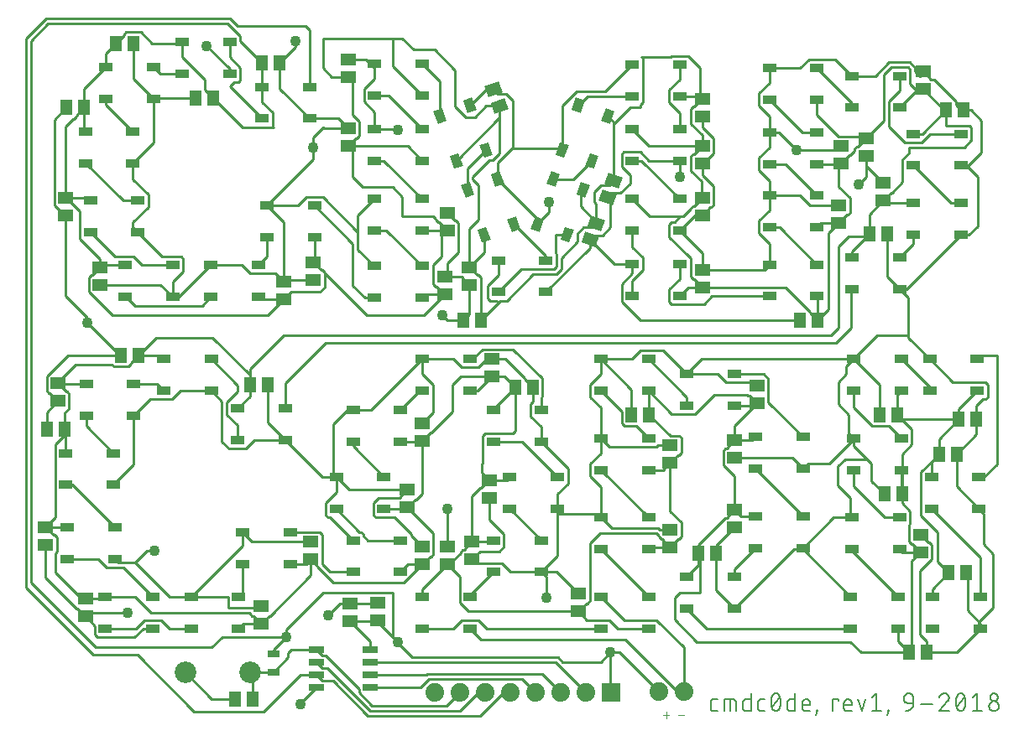
<source format=gtl>
G04 EAGLE Gerber RS-274X export*
G75*
%MOMM*%
%FSLAX34Y34*%
%LPD*%
%AMOC8*
5,1,8,0,0,1.08239X$1,22.5*%
G01*
%ADD10C,0.152400*%
%ADD11C,0.076200*%
%ADD12R,1.350000X0.950000*%
%ADD13R,1.498600X1.168400*%
%ADD14R,1.168400X1.498600*%
%ADD15R,1.525000X0.650000*%
%ADD16R,1.879600X1.879600*%
%ADD17C,1.879600*%
%ADD18R,1.200000X0.800000*%
%ADD19C,2.184400*%
%ADD20C,1.100000*%
%ADD21C,0.254000*%


D10*
X707676Y290762D02*
X703725Y290762D01*
X703619Y290764D01*
X703514Y290770D01*
X703408Y290779D01*
X703303Y290792D01*
X703199Y290809D01*
X703095Y290830D01*
X702992Y290854D01*
X702890Y290882D01*
X702789Y290914D01*
X702690Y290949D01*
X702591Y290988D01*
X702494Y291030D01*
X702399Y291075D01*
X702305Y291124D01*
X702213Y291177D01*
X702123Y291232D01*
X702035Y291291D01*
X701949Y291353D01*
X701866Y291418D01*
X701785Y291486D01*
X701706Y291556D01*
X701630Y291630D01*
X701556Y291706D01*
X701486Y291785D01*
X701418Y291866D01*
X701353Y291949D01*
X701291Y292035D01*
X701232Y292123D01*
X701177Y292213D01*
X701124Y292305D01*
X701075Y292399D01*
X701030Y292494D01*
X700988Y292591D01*
X700949Y292690D01*
X700914Y292789D01*
X700882Y292890D01*
X700854Y292992D01*
X700830Y293095D01*
X700809Y293199D01*
X700792Y293303D01*
X700779Y293408D01*
X700770Y293514D01*
X700764Y293619D01*
X700762Y293725D01*
X700762Y299652D01*
X700764Y299758D01*
X700770Y299863D01*
X700779Y299969D01*
X700792Y300074D01*
X700809Y300178D01*
X700830Y300282D01*
X700854Y300385D01*
X700882Y300487D01*
X700914Y300588D01*
X700949Y300687D01*
X700988Y300786D01*
X701030Y300883D01*
X701075Y300978D01*
X701124Y301072D01*
X701177Y301164D01*
X701232Y301254D01*
X701291Y301342D01*
X701353Y301428D01*
X701418Y301511D01*
X701486Y301592D01*
X701556Y301671D01*
X701630Y301747D01*
X701706Y301821D01*
X701785Y301891D01*
X701866Y301959D01*
X701949Y302024D01*
X702035Y302086D01*
X702123Y302145D01*
X702213Y302200D01*
X702305Y302253D01*
X702399Y302302D01*
X702494Y302347D01*
X702591Y302389D01*
X702690Y302428D01*
X702789Y302463D01*
X702890Y302495D01*
X702992Y302523D01*
X703095Y302547D01*
X703199Y302568D01*
X703303Y302585D01*
X703408Y302598D01*
X703514Y302607D01*
X703619Y302613D01*
X703725Y302615D01*
X707676Y302615D01*
X714403Y302615D02*
X714403Y290762D01*
X714403Y302615D02*
X723293Y302615D01*
X723399Y302613D01*
X723504Y302607D01*
X723610Y302598D01*
X723715Y302585D01*
X723819Y302568D01*
X723923Y302547D01*
X724026Y302523D01*
X724128Y302495D01*
X724229Y302463D01*
X724328Y302428D01*
X724427Y302389D01*
X724524Y302347D01*
X724619Y302302D01*
X724713Y302253D01*
X724805Y302200D01*
X724895Y302145D01*
X724983Y302086D01*
X725069Y302024D01*
X725152Y301959D01*
X725233Y301891D01*
X725312Y301821D01*
X725388Y301747D01*
X725462Y301671D01*
X725532Y301592D01*
X725600Y301511D01*
X725665Y301428D01*
X725727Y301342D01*
X725786Y301254D01*
X725841Y301164D01*
X725894Y301072D01*
X725943Y300978D01*
X725988Y300883D01*
X726030Y300786D01*
X726069Y300687D01*
X726104Y300588D01*
X726136Y300487D01*
X726164Y300385D01*
X726188Y300282D01*
X726209Y300178D01*
X726226Y300074D01*
X726239Y299969D01*
X726248Y299863D01*
X726254Y299758D01*
X726256Y299652D01*
X726257Y299652D02*
X726257Y290762D01*
X720330Y290762D02*
X720330Y302615D01*
X741521Y308542D02*
X741521Y290762D01*
X736583Y290762D01*
X736477Y290764D01*
X736372Y290770D01*
X736266Y290779D01*
X736161Y290792D01*
X736057Y290809D01*
X735953Y290830D01*
X735850Y290854D01*
X735748Y290882D01*
X735647Y290914D01*
X735548Y290949D01*
X735449Y290988D01*
X735352Y291030D01*
X735257Y291075D01*
X735163Y291124D01*
X735071Y291177D01*
X734981Y291232D01*
X734893Y291291D01*
X734807Y291353D01*
X734724Y291418D01*
X734643Y291486D01*
X734564Y291556D01*
X734488Y291630D01*
X734414Y291706D01*
X734344Y291785D01*
X734276Y291866D01*
X734211Y291949D01*
X734149Y292035D01*
X734090Y292123D01*
X734035Y292213D01*
X733982Y292305D01*
X733933Y292399D01*
X733888Y292494D01*
X733846Y292591D01*
X733807Y292690D01*
X733772Y292789D01*
X733740Y292890D01*
X733712Y292992D01*
X733688Y293095D01*
X733667Y293199D01*
X733650Y293303D01*
X733637Y293408D01*
X733628Y293514D01*
X733622Y293619D01*
X733620Y293725D01*
X733619Y293725D02*
X733619Y299652D01*
X733620Y299652D02*
X733622Y299758D01*
X733628Y299863D01*
X733637Y299969D01*
X733650Y300074D01*
X733667Y300178D01*
X733688Y300282D01*
X733712Y300385D01*
X733740Y300487D01*
X733772Y300588D01*
X733807Y300687D01*
X733846Y300786D01*
X733888Y300883D01*
X733933Y300978D01*
X733982Y301072D01*
X734035Y301164D01*
X734090Y301254D01*
X734149Y301342D01*
X734211Y301428D01*
X734276Y301511D01*
X734344Y301592D01*
X734414Y301671D01*
X734488Y301747D01*
X734564Y301821D01*
X734643Y301891D01*
X734724Y301959D01*
X734807Y302024D01*
X734893Y302086D01*
X734981Y302145D01*
X735071Y302200D01*
X735163Y302253D01*
X735257Y302302D01*
X735352Y302347D01*
X735449Y302389D01*
X735548Y302428D01*
X735647Y302463D01*
X735748Y302495D01*
X735850Y302523D01*
X735953Y302547D01*
X736057Y302568D01*
X736161Y302585D01*
X736266Y302598D01*
X736372Y302607D01*
X736477Y302613D01*
X736583Y302615D01*
X741521Y302615D01*
X751743Y290762D02*
X755694Y290762D01*
X751743Y290762D02*
X751637Y290764D01*
X751532Y290770D01*
X751426Y290779D01*
X751321Y290792D01*
X751217Y290809D01*
X751113Y290830D01*
X751010Y290854D01*
X750908Y290882D01*
X750807Y290914D01*
X750708Y290949D01*
X750609Y290988D01*
X750512Y291030D01*
X750417Y291075D01*
X750323Y291124D01*
X750231Y291177D01*
X750141Y291232D01*
X750053Y291291D01*
X749967Y291353D01*
X749884Y291418D01*
X749803Y291486D01*
X749724Y291556D01*
X749648Y291630D01*
X749574Y291706D01*
X749504Y291785D01*
X749436Y291866D01*
X749371Y291949D01*
X749309Y292035D01*
X749250Y292123D01*
X749195Y292213D01*
X749142Y292305D01*
X749093Y292399D01*
X749048Y292494D01*
X749006Y292591D01*
X748967Y292690D01*
X748932Y292789D01*
X748900Y292890D01*
X748872Y292992D01*
X748848Y293095D01*
X748827Y293199D01*
X748810Y293303D01*
X748797Y293408D01*
X748788Y293514D01*
X748782Y293619D01*
X748780Y293725D01*
X748780Y299652D01*
X748782Y299758D01*
X748788Y299863D01*
X748797Y299969D01*
X748810Y300074D01*
X748827Y300178D01*
X748848Y300282D01*
X748872Y300385D01*
X748900Y300487D01*
X748932Y300588D01*
X748967Y300687D01*
X749006Y300786D01*
X749048Y300883D01*
X749093Y300978D01*
X749142Y301072D01*
X749195Y301164D01*
X749250Y301254D01*
X749309Y301342D01*
X749371Y301428D01*
X749436Y301511D01*
X749504Y301592D01*
X749574Y301671D01*
X749648Y301747D01*
X749724Y301821D01*
X749803Y301891D01*
X749884Y301959D01*
X749967Y302024D01*
X750053Y302086D01*
X750141Y302145D01*
X750231Y302200D01*
X750323Y302253D01*
X750417Y302302D01*
X750512Y302347D01*
X750609Y302389D01*
X750708Y302428D01*
X750807Y302463D01*
X750908Y302495D01*
X751010Y302523D01*
X751113Y302547D01*
X751217Y302568D01*
X751321Y302585D01*
X751426Y302598D01*
X751532Y302607D01*
X751637Y302613D01*
X751743Y302615D01*
X755694Y302615D01*
X761734Y299652D02*
X761738Y300002D01*
X761751Y300351D01*
X761772Y300700D01*
X761801Y301049D01*
X761838Y301397D01*
X761884Y301744D01*
X761938Y302089D01*
X762000Y302433D01*
X762071Y302776D01*
X762150Y303117D01*
X762236Y303456D01*
X762331Y303792D01*
X762434Y304127D01*
X762545Y304458D01*
X762663Y304788D01*
X762790Y305114D01*
X762924Y305437D01*
X763066Y305756D01*
X763216Y306073D01*
X763216Y306072D02*
X763256Y306185D01*
X763300Y306295D01*
X763348Y306405D01*
X763399Y306513D01*
X763454Y306618D01*
X763512Y306723D01*
X763574Y306825D01*
X763639Y306925D01*
X763707Y307023D01*
X763778Y307119D01*
X763853Y307212D01*
X763930Y307303D01*
X764010Y307391D01*
X764094Y307476D01*
X764179Y307559D01*
X764268Y307639D01*
X764359Y307716D01*
X764453Y307790D01*
X764549Y307861D01*
X764647Y307929D01*
X764747Y307993D01*
X764850Y308055D01*
X764954Y308112D01*
X765060Y308167D01*
X765168Y308218D01*
X765278Y308265D01*
X765389Y308309D01*
X765501Y308349D01*
X765615Y308385D01*
X765729Y308418D01*
X765845Y308447D01*
X765962Y308472D01*
X766079Y308493D01*
X766197Y308511D01*
X766316Y308524D01*
X766435Y308534D01*
X766554Y308540D01*
X766673Y308542D01*
X766792Y308540D01*
X766911Y308534D01*
X767030Y308524D01*
X767149Y308511D01*
X767267Y308493D01*
X767384Y308472D01*
X767501Y308447D01*
X767617Y308418D01*
X767731Y308385D01*
X767845Y308349D01*
X767957Y308309D01*
X768068Y308265D01*
X768178Y308218D01*
X768286Y308167D01*
X768392Y308112D01*
X768496Y308055D01*
X768599Y307993D01*
X768699Y307929D01*
X768797Y307861D01*
X768893Y307790D01*
X768987Y307716D01*
X769078Y307639D01*
X769167Y307559D01*
X769253Y307476D01*
X769336Y307391D01*
X769416Y307303D01*
X769493Y307212D01*
X769568Y307119D01*
X769639Y307023D01*
X769707Y306925D01*
X769772Y306825D01*
X769834Y306723D01*
X769892Y306618D01*
X769947Y306512D01*
X769998Y306405D01*
X770046Y306295D01*
X770090Y306185D01*
X770130Y306072D01*
X770130Y306073D02*
X770280Y305756D01*
X770422Y305437D01*
X770556Y305114D01*
X770683Y304788D01*
X770801Y304458D01*
X770912Y304127D01*
X771015Y303792D01*
X771110Y303456D01*
X771196Y303117D01*
X771275Y302776D01*
X771346Y302433D01*
X771408Y302089D01*
X771462Y301744D01*
X771508Y301397D01*
X771545Y301049D01*
X771574Y300700D01*
X771595Y300351D01*
X771608Y300002D01*
X771612Y299652D01*
X761734Y299652D02*
X761738Y299302D01*
X761751Y298953D01*
X761772Y298604D01*
X761801Y298255D01*
X761838Y297907D01*
X761884Y297560D01*
X761938Y297215D01*
X762000Y296871D01*
X762071Y296528D01*
X762150Y296187D01*
X762236Y295848D01*
X762331Y295512D01*
X762434Y295177D01*
X762545Y294846D01*
X762663Y294517D01*
X762790Y294190D01*
X762924Y293867D01*
X763066Y293548D01*
X763216Y293232D01*
X763256Y293119D01*
X763300Y293009D01*
X763348Y292899D01*
X763399Y292791D01*
X763454Y292685D01*
X763512Y292581D01*
X763574Y292479D01*
X763639Y292379D01*
X763707Y292281D01*
X763778Y292185D01*
X763853Y292092D01*
X763930Y292001D01*
X764010Y291913D01*
X764094Y291828D01*
X764179Y291745D01*
X764268Y291665D01*
X764359Y291588D01*
X764453Y291514D01*
X764549Y291443D01*
X764647Y291375D01*
X764747Y291311D01*
X764850Y291249D01*
X764954Y291191D01*
X765060Y291137D01*
X765168Y291086D01*
X765278Y291039D01*
X765389Y290995D01*
X765501Y290955D01*
X765615Y290919D01*
X765729Y290886D01*
X765845Y290857D01*
X765962Y290832D01*
X766079Y290811D01*
X766197Y290793D01*
X766316Y290780D01*
X766435Y290770D01*
X766554Y290764D01*
X766673Y290762D01*
X770130Y293232D02*
X770280Y293548D01*
X770422Y293867D01*
X770556Y294190D01*
X770683Y294517D01*
X770801Y294846D01*
X770912Y295177D01*
X771015Y295512D01*
X771110Y295848D01*
X771196Y296187D01*
X771275Y296528D01*
X771346Y296871D01*
X771408Y297215D01*
X771462Y297560D01*
X771508Y297907D01*
X771545Y298255D01*
X771574Y298604D01*
X771595Y298953D01*
X771608Y299302D01*
X771612Y299652D01*
X770130Y293232D02*
X770090Y293119D01*
X770046Y293009D01*
X769998Y292899D01*
X769947Y292792D01*
X769892Y292686D01*
X769834Y292581D01*
X769772Y292479D01*
X769707Y292379D01*
X769639Y292281D01*
X769568Y292185D01*
X769493Y292092D01*
X769416Y292001D01*
X769336Y291913D01*
X769253Y291828D01*
X769167Y291745D01*
X769078Y291665D01*
X768987Y291588D01*
X768893Y291514D01*
X768797Y291443D01*
X768699Y291375D01*
X768599Y291311D01*
X768496Y291249D01*
X768392Y291192D01*
X768286Y291137D01*
X768178Y291086D01*
X768068Y291039D01*
X767957Y290995D01*
X767845Y290955D01*
X767731Y290919D01*
X767617Y290886D01*
X767501Y290857D01*
X767384Y290832D01*
X767267Y290811D01*
X767149Y290793D01*
X767030Y290780D01*
X766911Y290770D01*
X766792Y290764D01*
X766673Y290762D01*
X762722Y294713D02*
X770624Y304591D01*
X786189Y308542D02*
X786189Y290762D01*
X781250Y290762D01*
X781144Y290764D01*
X781039Y290770D01*
X780933Y290779D01*
X780828Y290792D01*
X780724Y290809D01*
X780620Y290830D01*
X780517Y290854D01*
X780415Y290882D01*
X780314Y290914D01*
X780215Y290949D01*
X780116Y290988D01*
X780019Y291030D01*
X779924Y291075D01*
X779830Y291124D01*
X779738Y291177D01*
X779648Y291232D01*
X779560Y291291D01*
X779474Y291353D01*
X779391Y291418D01*
X779310Y291486D01*
X779231Y291556D01*
X779155Y291630D01*
X779081Y291706D01*
X779011Y291785D01*
X778943Y291866D01*
X778878Y291949D01*
X778816Y292035D01*
X778757Y292123D01*
X778702Y292213D01*
X778649Y292305D01*
X778600Y292399D01*
X778555Y292494D01*
X778513Y292591D01*
X778474Y292690D01*
X778439Y292789D01*
X778407Y292890D01*
X778379Y292992D01*
X778355Y293095D01*
X778334Y293199D01*
X778317Y293303D01*
X778304Y293408D01*
X778295Y293514D01*
X778289Y293619D01*
X778287Y293725D01*
X778287Y299652D01*
X778289Y299758D01*
X778295Y299863D01*
X778304Y299969D01*
X778317Y300074D01*
X778334Y300178D01*
X778355Y300282D01*
X778379Y300385D01*
X778407Y300487D01*
X778439Y300588D01*
X778474Y300687D01*
X778513Y300786D01*
X778555Y300883D01*
X778600Y300978D01*
X778649Y301072D01*
X778702Y301164D01*
X778757Y301254D01*
X778816Y301342D01*
X778878Y301428D01*
X778943Y301511D01*
X779011Y301592D01*
X779081Y301671D01*
X779155Y301747D01*
X779231Y301821D01*
X779310Y301891D01*
X779391Y301959D01*
X779474Y302024D01*
X779560Y302086D01*
X779648Y302145D01*
X779738Y302200D01*
X779830Y302253D01*
X779924Y302302D01*
X780019Y302347D01*
X780116Y302389D01*
X780215Y302428D01*
X780314Y302463D01*
X780415Y302495D01*
X780517Y302523D01*
X780620Y302547D01*
X780724Y302568D01*
X780828Y302585D01*
X780933Y302598D01*
X781039Y302607D01*
X781144Y302613D01*
X781250Y302615D01*
X786189Y302615D01*
X796394Y290762D02*
X801333Y290762D01*
X796394Y290762D02*
X796288Y290764D01*
X796183Y290770D01*
X796077Y290779D01*
X795972Y290792D01*
X795868Y290809D01*
X795764Y290830D01*
X795661Y290854D01*
X795559Y290882D01*
X795458Y290914D01*
X795359Y290949D01*
X795260Y290988D01*
X795163Y291030D01*
X795068Y291075D01*
X794974Y291124D01*
X794882Y291177D01*
X794792Y291232D01*
X794704Y291291D01*
X794618Y291353D01*
X794535Y291418D01*
X794454Y291486D01*
X794375Y291556D01*
X794299Y291630D01*
X794225Y291706D01*
X794155Y291785D01*
X794087Y291866D01*
X794022Y291949D01*
X793960Y292035D01*
X793901Y292123D01*
X793846Y292213D01*
X793793Y292305D01*
X793744Y292399D01*
X793699Y292494D01*
X793657Y292591D01*
X793618Y292690D01*
X793583Y292789D01*
X793551Y292890D01*
X793523Y292992D01*
X793499Y293095D01*
X793478Y293199D01*
X793461Y293303D01*
X793448Y293408D01*
X793439Y293514D01*
X793433Y293619D01*
X793431Y293725D01*
X793431Y298664D01*
X793433Y298788D01*
X793439Y298912D01*
X793449Y299036D01*
X793462Y299159D01*
X793480Y299282D01*
X793501Y299404D01*
X793526Y299526D01*
X793555Y299647D01*
X793588Y299766D01*
X793624Y299885D01*
X793665Y300002D01*
X793708Y300118D01*
X793756Y300233D01*
X793807Y300346D01*
X793862Y300458D01*
X793920Y300567D01*
X793981Y300675D01*
X794046Y300781D01*
X794114Y300885D01*
X794186Y300986D01*
X794260Y301086D01*
X794338Y301182D01*
X794418Y301277D01*
X794502Y301369D01*
X794588Y301458D01*
X794677Y301544D01*
X794769Y301628D01*
X794864Y301708D01*
X794960Y301786D01*
X795060Y301860D01*
X795161Y301932D01*
X795265Y302000D01*
X795371Y302065D01*
X795479Y302126D01*
X795588Y302184D01*
X795700Y302239D01*
X795813Y302290D01*
X795928Y302338D01*
X796044Y302381D01*
X796161Y302422D01*
X796280Y302458D01*
X796399Y302491D01*
X796520Y302520D01*
X796642Y302545D01*
X796764Y302566D01*
X796887Y302584D01*
X797010Y302597D01*
X797134Y302607D01*
X797258Y302613D01*
X797382Y302615D01*
X797506Y302613D01*
X797630Y302607D01*
X797754Y302597D01*
X797877Y302584D01*
X798000Y302566D01*
X798122Y302545D01*
X798244Y302520D01*
X798365Y302491D01*
X798484Y302458D01*
X798603Y302422D01*
X798720Y302381D01*
X798836Y302338D01*
X798951Y302290D01*
X799064Y302239D01*
X799176Y302184D01*
X799285Y302126D01*
X799393Y302065D01*
X799499Y302000D01*
X799603Y301932D01*
X799704Y301860D01*
X799804Y301786D01*
X799900Y301708D01*
X799995Y301628D01*
X800087Y301544D01*
X800176Y301458D01*
X800262Y301369D01*
X800346Y301277D01*
X800426Y301182D01*
X800504Y301086D01*
X800578Y300986D01*
X800650Y300885D01*
X800718Y300781D01*
X800783Y300675D01*
X800844Y300567D01*
X800902Y300458D01*
X800957Y300346D01*
X801008Y300233D01*
X801056Y300118D01*
X801099Y300002D01*
X801140Y299885D01*
X801176Y299766D01*
X801209Y299647D01*
X801238Y299526D01*
X801263Y299404D01*
X801284Y299282D01*
X801302Y299159D01*
X801315Y299036D01*
X801325Y298912D01*
X801331Y298788D01*
X801333Y298664D01*
X801333Y296689D01*
X793431Y296689D01*
X807447Y290762D02*
X808435Y290762D01*
X807447Y290762D02*
X807447Y291750D01*
X808435Y291750D01*
X808435Y290762D01*
X806953Y286811D01*
X824220Y290762D02*
X824220Y302615D01*
X830147Y302615D01*
X830147Y300640D01*
X838270Y290762D02*
X843209Y290762D01*
X838270Y290762D02*
X838164Y290764D01*
X838059Y290770D01*
X837953Y290779D01*
X837848Y290792D01*
X837744Y290809D01*
X837640Y290830D01*
X837537Y290854D01*
X837435Y290882D01*
X837334Y290914D01*
X837235Y290949D01*
X837136Y290988D01*
X837039Y291030D01*
X836944Y291075D01*
X836850Y291124D01*
X836758Y291177D01*
X836668Y291232D01*
X836580Y291291D01*
X836494Y291353D01*
X836411Y291418D01*
X836330Y291486D01*
X836251Y291556D01*
X836175Y291630D01*
X836101Y291706D01*
X836031Y291785D01*
X835963Y291866D01*
X835898Y291949D01*
X835836Y292035D01*
X835777Y292123D01*
X835722Y292213D01*
X835669Y292305D01*
X835620Y292399D01*
X835575Y292494D01*
X835533Y292591D01*
X835494Y292690D01*
X835459Y292789D01*
X835427Y292890D01*
X835399Y292992D01*
X835375Y293095D01*
X835354Y293199D01*
X835337Y293303D01*
X835324Y293408D01*
X835315Y293514D01*
X835309Y293619D01*
X835307Y293725D01*
X835307Y298664D01*
X835309Y298788D01*
X835315Y298912D01*
X835325Y299036D01*
X835338Y299159D01*
X835356Y299282D01*
X835377Y299404D01*
X835402Y299526D01*
X835431Y299647D01*
X835464Y299766D01*
X835500Y299885D01*
X835541Y300002D01*
X835584Y300118D01*
X835632Y300233D01*
X835683Y300346D01*
X835738Y300458D01*
X835796Y300567D01*
X835857Y300675D01*
X835922Y300781D01*
X835990Y300885D01*
X836062Y300986D01*
X836136Y301086D01*
X836214Y301182D01*
X836294Y301277D01*
X836378Y301369D01*
X836464Y301458D01*
X836553Y301544D01*
X836645Y301628D01*
X836740Y301708D01*
X836836Y301786D01*
X836936Y301860D01*
X837037Y301932D01*
X837141Y302000D01*
X837247Y302065D01*
X837355Y302126D01*
X837464Y302184D01*
X837576Y302239D01*
X837689Y302290D01*
X837804Y302338D01*
X837920Y302381D01*
X838037Y302422D01*
X838156Y302458D01*
X838275Y302491D01*
X838396Y302520D01*
X838518Y302545D01*
X838640Y302566D01*
X838763Y302584D01*
X838886Y302597D01*
X839010Y302607D01*
X839134Y302613D01*
X839258Y302615D01*
X839382Y302613D01*
X839506Y302607D01*
X839630Y302597D01*
X839753Y302584D01*
X839876Y302566D01*
X839998Y302545D01*
X840120Y302520D01*
X840241Y302491D01*
X840360Y302458D01*
X840479Y302422D01*
X840596Y302381D01*
X840712Y302338D01*
X840827Y302290D01*
X840940Y302239D01*
X841052Y302184D01*
X841161Y302126D01*
X841269Y302065D01*
X841375Y302000D01*
X841479Y301932D01*
X841580Y301860D01*
X841680Y301786D01*
X841776Y301708D01*
X841871Y301628D01*
X841963Y301544D01*
X842052Y301458D01*
X842138Y301369D01*
X842222Y301277D01*
X842302Y301182D01*
X842380Y301086D01*
X842454Y300986D01*
X842526Y300885D01*
X842594Y300781D01*
X842659Y300675D01*
X842720Y300567D01*
X842778Y300458D01*
X842833Y300346D01*
X842884Y300233D01*
X842932Y300118D01*
X842975Y300002D01*
X843016Y299885D01*
X843052Y299766D01*
X843085Y299647D01*
X843114Y299526D01*
X843139Y299404D01*
X843160Y299282D01*
X843178Y299159D01*
X843191Y299036D01*
X843201Y298912D01*
X843207Y298788D01*
X843209Y298664D01*
X843209Y296689D01*
X835307Y296689D01*
X849266Y302615D02*
X853217Y290762D01*
X857168Y302615D01*
X863353Y304591D02*
X868292Y308542D01*
X868292Y290762D01*
X863353Y290762D02*
X873231Y290762D01*
X879474Y290762D02*
X880462Y290762D01*
X879474Y290762D02*
X879474Y291750D01*
X880462Y291750D01*
X880462Y290762D01*
X878980Y286811D01*
X899689Y298664D02*
X905615Y298664D01*
X899689Y298664D02*
X899565Y298666D01*
X899441Y298672D01*
X899317Y298682D01*
X899194Y298695D01*
X899071Y298713D01*
X898949Y298734D01*
X898827Y298759D01*
X898706Y298788D01*
X898587Y298821D01*
X898468Y298857D01*
X898351Y298898D01*
X898235Y298941D01*
X898120Y298989D01*
X898007Y299040D01*
X897895Y299095D01*
X897786Y299153D01*
X897678Y299214D01*
X897572Y299279D01*
X897468Y299347D01*
X897367Y299419D01*
X897267Y299493D01*
X897171Y299571D01*
X897076Y299651D01*
X896984Y299735D01*
X896895Y299821D01*
X896809Y299910D01*
X896725Y300002D01*
X896645Y300097D01*
X896567Y300193D01*
X896493Y300293D01*
X896421Y300394D01*
X896353Y300498D01*
X896288Y300604D01*
X896227Y300712D01*
X896169Y300821D01*
X896114Y300933D01*
X896063Y301046D01*
X896015Y301161D01*
X895972Y301277D01*
X895931Y301394D01*
X895895Y301513D01*
X895862Y301632D01*
X895833Y301753D01*
X895808Y301875D01*
X895787Y301997D01*
X895769Y302120D01*
X895756Y302243D01*
X895746Y302367D01*
X895740Y302491D01*
X895738Y302615D01*
X895738Y303603D01*
X895737Y303603D02*
X895739Y303743D01*
X895745Y303882D01*
X895755Y304022D01*
X895769Y304161D01*
X895786Y304300D01*
X895808Y304438D01*
X895834Y304575D01*
X895863Y304712D01*
X895896Y304848D01*
X895933Y304982D01*
X895974Y305116D01*
X896019Y305248D01*
X896068Y305380D01*
X896120Y305509D01*
X896175Y305637D01*
X896235Y305764D01*
X896298Y305889D01*
X896364Y306012D01*
X896434Y306133D01*
X896507Y306252D01*
X896584Y306369D01*
X896664Y306483D01*
X896747Y306596D01*
X896833Y306706D01*
X896923Y306813D01*
X897015Y306918D01*
X897110Y307020D01*
X897208Y307120D01*
X897309Y307217D01*
X897413Y307311D01*
X897519Y307401D01*
X897628Y307489D01*
X897739Y307574D01*
X897853Y307655D01*
X897968Y307734D01*
X898086Y307809D01*
X898207Y307880D01*
X898329Y307948D01*
X898452Y308013D01*
X898578Y308074D01*
X898706Y308132D01*
X898834Y308186D01*
X898965Y308236D01*
X899097Y308283D01*
X899230Y308326D01*
X899364Y308365D01*
X899499Y308400D01*
X899635Y308431D01*
X899773Y308459D01*
X899910Y308482D01*
X900049Y308502D01*
X900188Y308518D01*
X900327Y308530D01*
X900466Y308538D01*
X900606Y308542D01*
X900746Y308542D01*
X900886Y308538D01*
X901025Y308530D01*
X901164Y308518D01*
X901303Y308502D01*
X901442Y308482D01*
X901579Y308459D01*
X901717Y308431D01*
X901853Y308400D01*
X901988Y308365D01*
X902122Y308326D01*
X902255Y308283D01*
X902387Y308236D01*
X902518Y308186D01*
X902646Y308132D01*
X902774Y308074D01*
X902900Y308013D01*
X903023Y307948D01*
X903146Y307880D01*
X903266Y307809D01*
X903384Y307734D01*
X903499Y307655D01*
X903613Y307574D01*
X903724Y307489D01*
X903833Y307401D01*
X903939Y307311D01*
X904043Y307217D01*
X904144Y307120D01*
X904242Y307020D01*
X904337Y306918D01*
X904429Y306813D01*
X904519Y306706D01*
X904605Y306596D01*
X904688Y306483D01*
X904768Y306369D01*
X904845Y306252D01*
X904918Y306133D01*
X904988Y306012D01*
X905054Y305889D01*
X905117Y305764D01*
X905177Y305637D01*
X905232Y305509D01*
X905284Y305380D01*
X905333Y305248D01*
X905378Y305116D01*
X905419Y304982D01*
X905456Y304848D01*
X905489Y304712D01*
X905518Y304575D01*
X905544Y304438D01*
X905566Y304300D01*
X905583Y304161D01*
X905597Y304022D01*
X905607Y303882D01*
X905613Y303743D01*
X905615Y303603D01*
X905615Y298664D01*
X905613Y298470D01*
X905605Y298276D01*
X905594Y298083D01*
X905577Y297889D01*
X905556Y297697D01*
X905529Y297505D01*
X905499Y297313D01*
X905463Y297122D01*
X905423Y296933D01*
X905378Y296744D01*
X905329Y296556D01*
X905275Y296370D01*
X905216Y296185D01*
X905153Y296002D01*
X905086Y295820D01*
X905013Y295640D01*
X904937Y295462D01*
X904856Y295285D01*
X904771Y295111D01*
X904682Y294939D01*
X904588Y294769D01*
X904491Y294602D01*
X904389Y294436D01*
X904283Y294274D01*
X904174Y294114D01*
X904060Y293957D01*
X903943Y293802D01*
X903821Y293651D01*
X903696Y293503D01*
X903568Y293357D01*
X903436Y293215D01*
X903301Y293076D01*
X903162Y292941D01*
X903020Y292809D01*
X902874Y292681D01*
X902726Y292556D01*
X902575Y292434D01*
X902420Y292317D01*
X902263Y292203D01*
X902103Y292094D01*
X901941Y291988D01*
X901775Y291886D01*
X901608Y291789D01*
X901438Y291695D01*
X901266Y291606D01*
X901092Y291521D01*
X900915Y291440D01*
X900737Y291364D01*
X900557Y291291D01*
X900375Y291224D01*
X900192Y291161D01*
X900007Y291102D01*
X899821Y291048D01*
X899633Y290999D01*
X899444Y290954D01*
X899255Y290914D01*
X899064Y290878D01*
X898872Y290848D01*
X898680Y290821D01*
X898488Y290800D01*
X898294Y290783D01*
X898101Y290772D01*
X897907Y290764D01*
X897713Y290762D01*
X912617Y297676D02*
X924470Y297676D01*
X936905Y308542D02*
X937037Y308540D01*
X937168Y308534D01*
X937300Y308524D01*
X937431Y308511D01*
X937561Y308493D01*
X937691Y308472D01*
X937821Y308447D01*
X937949Y308418D01*
X938077Y308385D01*
X938203Y308348D01*
X938329Y308308D01*
X938453Y308264D01*
X938576Y308216D01*
X938697Y308165D01*
X938817Y308110D01*
X938935Y308052D01*
X939051Y307990D01*
X939165Y307924D01*
X939278Y307856D01*
X939388Y307784D01*
X939496Y307709D01*
X939602Y307630D01*
X939706Y307549D01*
X939807Y307464D01*
X939905Y307377D01*
X940001Y307286D01*
X940094Y307193D01*
X940185Y307097D01*
X940272Y306999D01*
X940357Y306898D01*
X940438Y306794D01*
X940517Y306688D01*
X940592Y306580D01*
X940664Y306470D01*
X940732Y306357D01*
X940798Y306243D01*
X940860Y306127D01*
X940918Y306009D01*
X940973Y305889D01*
X941024Y305768D01*
X941072Y305645D01*
X941116Y305521D01*
X941156Y305395D01*
X941193Y305269D01*
X941226Y305141D01*
X941255Y305013D01*
X941280Y304883D01*
X941301Y304753D01*
X941319Y304623D01*
X941332Y304492D01*
X941342Y304360D01*
X941348Y304229D01*
X941350Y304097D01*
X936905Y308542D02*
X936755Y308540D01*
X936606Y308534D01*
X936457Y308524D01*
X936308Y308511D01*
X936159Y308493D01*
X936011Y308472D01*
X935863Y308446D01*
X935717Y308417D01*
X935571Y308384D01*
X935426Y308347D01*
X935282Y308306D01*
X935139Y308262D01*
X934997Y308214D01*
X934857Y308162D01*
X934718Y308107D01*
X934580Y308048D01*
X934445Y307985D01*
X934310Y307919D01*
X934178Y307849D01*
X934048Y307776D01*
X933919Y307699D01*
X933792Y307619D01*
X933668Y307536D01*
X933546Y307450D01*
X933426Y307360D01*
X933309Y307267D01*
X933194Y307172D01*
X933081Y307073D01*
X932971Y306971D01*
X932864Y306867D01*
X932760Y306760D01*
X932658Y306650D01*
X932560Y306537D01*
X932464Y306422D01*
X932372Y306304D01*
X932282Y306184D01*
X932196Y306062D01*
X932113Y305938D01*
X932033Y305811D01*
X931957Y305683D01*
X931884Y305552D01*
X931814Y305419D01*
X931748Y305285D01*
X931686Y305149D01*
X931627Y305012D01*
X931571Y304873D01*
X931520Y304732D01*
X931472Y304591D01*
X939867Y300640D02*
X939963Y300733D01*
X940055Y300829D01*
X940145Y300928D01*
X940232Y301029D01*
X940317Y301132D01*
X940398Y301237D01*
X940476Y301345D01*
X940551Y301455D01*
X940624Y301567D01*
X940693Y301681D01*
X940759Y301797D01*
X940821Y301915D01*
X940880Y302034D01*
X940936Y302155D01*
X940989Y302278D01*
X941038Y302402D01*
X941083Y302527D01*
X941126Y302654D01*
X941164Y302781D01*
X941199Y302910D01*
X941230Y303039D01*
X941258Y303170D01*
X941282Y303301D01*
X941303Y303433D01*
X941319Y303565D01*
X941332Y303698D01*
X941342Y303831D01*
X941347Y303964D01*
X941349Y304097D01*
X939868Y300640D02*
X931472Y290762D01*
X941350Y290762D01*
X948222Y299652D02*
X948226Y300002D01*
X948239Y300351D01*
X948260Y300700D01*
X948289Y301049D01*
X948326Y301397D01*
X948372Y301744D01*
X948426Y302089D01*
X948488Y302433D01*
X948559Y302776D01*
X948638Y303117D01*
X948724Y303456D01*
X948819Y303792D01*
X948922Y304127D01*
X949033Y304458D01*
X949151Y304788D01*
X949278Y305114D01*
X949412Y305437D01*
X949554Y305756D01*
X949704Y306073D01*
X949704Y306072D02*
X949744Y306185D01*
X949788Y306295D01*
X949836Y306405D01*
X949887Y306513D01*
X949942Y306618D01*
X950000Y306723D01*
X950062Y306825D01*
X950127Y306925D01*
X950195Y307023D01*
X950266Y307119D01*
X950341Y307212D01*
X950418Y307303D01*
X950498Y307391D01*
X950582Y307476D01*
X950667Y307559D01*
X950756Y307639D01*
X950847Y307716D01*
X950941Y307790D01*
X951037Y307861D01*
X951135Y307929D01*
X951235Y307993D01*
X951338Y308055D01*
X951442Y308112D01*
X951548Y308167D01*
X951656Y308218D01*
X951766Y308265D01*
X951877Y308309D01*
X951989Y308349D01*
X952103Y308385D01*
X952217Y308418D01*
X952333Y308447D01*
X952450Y308472D01*
X952567Y308493D01*
X952685Y308511D01*
X952804Y308524D01*
X952923Y308534D01*
X953042Y308540D01*
X953161Y308542D01*
X953280Y308540D01*
X953399Y308534D01*
X953518Y308524D01*
X953637Y308511D01*
X953755Y308493D01*
X953872Y308472D01*
X953989Y308447D01*
X954105Y308418D01*
X954219Y308385D01*
X954333Y308349D01*
X954445Y308309D01*
X954556Y308265D01*
X954666Y308218D01*
X954774Y308167D01*
X954880Y308112D01*
X954984Y308055D01*
X955087Y307993D01*
X955187Y307929D01*
X955285Y307861D01*
X955381Y307790D01*
X955475Y307716D01*
X955566Y307639D01*
X955655Y307559D01*
X955741Y307476D01*
X955824Y307391D01*
X955904Y307303D01*
X955981Y307212D01*
X956056Y307119D01*
X956127Y307023D01*
X956195Y306925D01*
X956260Y306825D01*
X956322Y306723D01*
X956380Y306618D01*
X956435Y306512D01*
X956486Y306405D01*
X956534Y306295D01*
X956578Y306185D01*
X956618Y306072D01*
X956618Y306073D02*
X956768Y305756D01*
X956910Y305437D01*
X957044Y305114D01*
X957171Y304788D01*
X957289Y304458D01*
X957400Y304127D01*
X957503Y303792D01*
X957598Y303456D01*
X957684Y303117D01*
X957763Y302776D01*
X957834Y302433D01*
X957896Y302089D01*
X957950Y301744D01*
X957996Y301397D01*
X958033Y301049D01*
X958062Y300700D01*
X958083Y300351D01*
X958096Y300002D01*
X958100Y299652D01*
X948222Y299652D02*
X948226Y299302D01*
X948239Y298953D01*
X948260Y298604D01*
X948289Y298255D01*
X948326Y297907D01*
X948372Y297560D01*
X948426Y297215D01*
X948488Y296871D01*
X948559Y296528D01*
X948638Y296187D01*
X948724Y295848D01*
X948819Y295512D01*
X948922Y295177D01*
X949033Y294846D01*
X949151Y294517D01*
X949278Y294190D01*
X949412Y293867D01*
X949554Y293548D01*
X949704Y293232D01*
X949744Y293119D01*
X949788Y293009D01*
X949836Y292899D01*
X949887Y292791D01*
X949942Y292685D01*
X950000Y292581D01*
X950062Y292479D01*
X950127Y292379D01*
X950195Y292281D01*
X950266Y292185D01*
X950341Y292092D01*
X950418Y292001D01*
X950498Y291913D01*
X950582Y291828D01*
X950667Y291745D01*
X950756Y291665D01*
X950847Y291588D01*
X950941Y291514D01*
X951037Y291443D01*
X951135Y291375D01*
X951235Y291311D01*
X951338Y291249D01*
X951442Y291191D01*
X951548Y291137D01*
X951656Y291086D01*
X951766Y291039D01*
X951877Y290995D01*
X951989Y290955D01*
X952103Y290919D01*
X952217Y290886D01*
X952333Y290857D01*
X952450Y290832D01*
X952567Y290811D01*
X952685Y290793D01*
X952804Y290780D01*
X952923Y290770D01*
X953042Y290764D01*
X953161Y290762D01*
X956618Y293232D02*
X956768Y293548D01*
X956910Y293867D01*
X957044Y294190D01*
X957171Y294517D01*
X957289Y294846D01*
X957400Y295177D01*
X957503Y295512D01*
X957598Y295848D01*
X957684Y296187D01*
X957763Y296528D01*
X957834Y296871D01*
X957896Y297215D01*
X957950Y297560D01*
X957996Y297907D01*
X958033Y298255D01*
X958062Y298604D01*
X958083Y298953D01*
X958096Y299302D01*
X958100Y299652D01*
X956618Y293232D02*
X956578Y293119D01*
X956534Y293009D01*
X956486Y292899D01*
X956435Y292792D01*
X956380Y292686D01*
X956322Y292581D01*
X956260Y292479D01*
X956195Y292379D01*
X956127Y292281D01*
X956056Y292185D01*
X955981Y292092D01*
X955904Y292001D01*
X955824Y291913D01*
X955741Y291828D01*
X955655Y291745D01*
X955566Y291665D01*
X955475Y291588D01*
X955381Y291514D01*
X955285Y291443D01*
X955187Y291375D01*
X955087Y291311D01*
X954984Y291249D01*
X954880Y291192D01*
X954774Y291137D01*
X954666Y291086D01*
X954556Y291039D01*
X954445Y290995D01*
X954333Y290955D01*
X954219Y290919D01*
X954105Y290886D01*
X953989Y290857D01*
X953872Y290832D01*
X953755Y290811D01*
X953637Y290793D01*
X953518Y290780D01*
X953399Y290770D01*
X953280Y290764D01*
X953161Y290762D01*
X949210Y294713D02*
X957112Y304591D01*
X964973Y304591D02*
X969912Y308542D01*
X969912Y290762D01*
X974850Y290762D02*
X964973Y290762D01*
X981723Y295701D02*
X981725Y295841D01*
X981731Y295980D01*
X981741Y296120D01*
X981755Y296259D01*
X981772Y296398D01*
X981794Y296536D01*
X981820Y296673D01*
X981849Y296810D01*
X981882Y296946D01*
X981919Y297080D01*
X981960Y297214D01*
X982005Y297346D01*
X982054Y297478D01*
X982106Y297607D01*
X982161Y297735D01*
X982221Y297862D01*
X982284Y297987D01*
X982350Y298110D01*
X982420Y298231D01*
X982493Y298350D01*
X982570Y298467D01*
X982650Y298581D01*
X982733Y298694D01*
X982819Y298804D01*
X982909Y298911D01*
X983001Y299016D01*
X983096Y299118D01*
X983194Y299218D01*
X983295Y299315D01*
X983399Y299409D01*
X983505Y299499D01*
X983614Y299587D01*
X983725Y299672D01*
X983839Y299753D01*
X983954Y299832D01*
X984072Y299907D01*
X984193Y299978D01*
X984315Y300046D01*
X984438Y300111D01*
X984564Y300172D01*
X984692Y300230D01*
X984820Y300284D01*
X984951Y300334D01*
X985083Y300381D01*
X985216Y300424D01*
X985350Y300463D01*
X985485Y300498D01*
X985621Y300529D01*
X985759Y300557D01*
X985896Y300580D01*
X986035Y300600D01*
X986174Y300616D01*
X986313Y300628D01*
X986452Y300636D01*
X986592Y300640D01*
X986732Y300640D01*
X986872Y300636D01*
X987011Y300628D01*
X987150Y300616D01*
X987289Y300600D01*
X987428Y300580D01*
X987565Y300557D01*
X987703Y300529D01*
X987839Y300498D01*
X987974Y300463D01*
X988108Y300424D01*
X988241Y300381D01*
X988373Y300334D01*
X988504Y300284D01*
X988632Y300230D01*
X988760Y300172D01*
X988886Y300111D01*
X989009Y300046D01*
X989132Y299978D01*
X989252Y299907D01*
X989370Y299832D01*
X989485Y299753D01*
X989599Y299672D01*
X989710Y299587D01*
X989819Y299499D01*
X989925Y299409D01*
X990029Y299315D01*
X990130Y299218D01*
X990228Y299118D01*
X990323Y299016D01*
X990415Y298911D01*
X990505Y298804D01*
X990591Y298694D01*
X990674Y298581D01*
X990754Y298467D01*
X990831Y298350D01*
X990904Y298231D01*
X990974Y298110D01*
X991040Y297987D01*
X991103Y297862D01*
X991163Y297735D01*
X991218Y297607D01*
X991270Y297478D01*
X991319Y297346D01*
X991364Y297214D01*
X991405Y297080D01*
X991442Y296946D01*
X991475Y296810D01*
X991504Y296673D01*
X991530Y296536D01*
X991552Y296398D01*
X991569Y296259D01*
X991583Y296120D01*
X991593Y295980D01*
X991599Y295841D01*
X991601Y295701D01*
X991599Y295561D01*
X991593Y295422D01*
X991583Y295282D01*
X991569Y295143D01*
X991552Y295004D01*
X991530Y294866D01*
X991504Y294729D01*
X991475Y294592D01*
X991442Y294456D01*
X991405Y294322D01*
X991364Y294188D01*
X991319Y294056D01*
X991270Y293924D01*
X991218Y293795D01*
X991163Y293667D01*
X991103Y293540D01*
X991040Y293415D01*
X990974Y293292D01*
X990904Y293171D01*
X990831Y293052D01*
X990754Y292935D01*
X990674Y292821D01*
X990591Y292708D01*
X990505Y292598D01*
X990415Y292491D01*
X990323Y292386D01*
X990228Y292284D01*
X990130Y292184D01*
X990029Y292087D01*
X989925Y291993D01*
X989819Y291903D01*
X989710Y291815D01*
X989599Y291730D01*
X989485Y291649D01*
X989370Y291570D01*
X989252Y291495D01*
X989132Y291424D01*
X989009Y291356D01*
X988886Y291291D01*
X988760Y291230D01*
X988632Y291172D01*
X988504Y291118D01*
X988373Y291068D01*
X988241Y291021D01*
X988108Y290978D01*
X987974Y290939D01*
X987839Y290904D01*
X987703Y290873D01*
X987565Y290845D01*
X987428Y290822D01*
X987289Y290802D01*
X987150Y290786D01*
X987011Y290774D01*
X986872Y290766D01*
X986732Y290762D01*
X986592Y290762D01*
X986452Y290766D01*
X986313Y290774D01*
X986174Y290786D01*
X986035Y290802D01*
X985896Y290822D01*
X985759Y290845D01*
X985621Y290873D01*
X985485Y290904D01*
X985350Y290939D01*
X985216Y290978D01*
X985083Y291021D01*
X984951Y291068D01*
X984820Y291118D01*
X984692Y291172D01*
X984564Y291230D01*
X984438Y291291D01*
X984315Y291356D01*
X984193Y291424D01*
X984072Y291495D01*
X983954Y291570D01*
X983839Y291649D01*
X983725Y291730D01*
X983614Y291815D01*
X983505Y291903D01*
X983399Y291993D01*
X983295Y292087D01*
X983194Y292184D01*
X983096Y292284D01*
X983001Y292386D01*
X982909Y292491D01*
X982819Y292598D01*
X982733Y292708D01*
X982650Y292821D01*
X982570Y292935D01*
X982493Y293052D01*
X982420Y293171D01*
X982350Y293292D01*
X982284Y293415D01*
X982221Y293540D01*
X982161Y293667D01*
X982106Y293795D01*
X982054Y293924D01*
X982005Y294056D01*
X981960Y294188D01*
X981919Y294322D01*
X981882Y294456D01*
X981849Y294592D01*
X981820Y294729D01*
X981794Y294866D01*
X981772Y295004D01*
X981755Y295143D01*
X981741Y295282D01*
X981731Y295422D01*
X981725Y295561D01*
X981723Y295701D01*
X982711Y304591D02*
X982713Y304715D01*
X982719Y304839D01*
X982729Y304963D01*
X982742Y305086D01*
X982760Y305209D01*
X982781Y305331D01*
X982806Y305453D01*
X982835Y305574D01*
X982868Y305693D01*
X982904Y305812D01*
X982945Y305929D01*
X982988Y306045D01*
X983036Y306160D01*
X983087Y306273D01*
X983142Y306385D01*
X983200Y306494D01*
X983261Y306602D01*
X983326Y306708D01*
X983394Y306812D01*
X983466Y306913D01*
X983540Y307013D01*
X983618Y307109D01*
X983698Y307204D01*
X983782Y307296D01*
X983868Y307385D01*
X983957Y307471D01*
X984049Y307555D01*
X984144Y307635D01*
X984240Y307713D01*
X984340Y307787D01*
X984441Y307859D01*
X984545Y307927D01*
X984651Y307992D01*
X984759Y308053D01*
X984868Y308111D01*
X984980Y308166D01*
X985093Y308217D01*
X985208Y308265D01*
X985324Y308308D01*
X985441Y308349D01*
X985560Y308385D01*
X985679Y308418D01*
X985800Y308447D01*
X985922Y308472D01*
X986044Y308493D01*
X986167Y308511D01*
X986290Y308524D01*
X986414Y308534D01*
X986538Y308540D01*
X986662Y308542D01*
X986786Y308540D01*
X986910Y308534D01*
X987034Y308524D01*
X987157Y308511D01*
X987280Y308493D01*
X987402Y308472D01*
X987524Y308447D01*
X987645Y308418D01*
X987764Y308385D01*
X987883Y308349D01*
X988000Y308308D01*
X988116Y308265D01*
X988231Y308217D01*
X988344Y308166D01*
X988456Y308111D01*
X988565Y308053D01*
X988673Y307992D01*
X988779Y307927D01*
X988883Y307859D01*
X988984Y307787D01*
X989084Y307713D01*
X989180Y307635D01*
X989275Y307555D01*
X989367Y307471D01*
X989456Y307385D01*
X989542Y307296D01*
X989626Y307204D01*
X989706Y307109D01*
X989784Y307013D01*
X989858Y306913D01*
X989930Y306812D01*
X989998Y306708D01*
X990063Y306602D01*
X990124Y306494D01*
X990182Y306385D01*
X990237Y306273D01*
X990288Y306160D01*
X990336Y306045D01*
X990379Y305929D01*
X990420Y305812D01*
X990456Y305693D01*
X990489Y305574D01*
X990518Y305453D01*
X990543Y305331D01*
X990564Y305209D01*
X990582Y305086D01*
X990595Y304963D01*
X990605Y304839D01*
X990611Y304715D01*
X990613Y304591D01*
X990611Y304467D01*
X990605Y304343D01*
X990595Y304219D01*
X990582Y304096D01*
X990564Y303973D01*
X990543Y303851D01*
X990518Y303729D01*
X990489Y303608D01*
X990456Y303489D01*
X990420Y303370D01*
X990379Y303253D01*
X990336Y303137D01*
X990288Y303022D01*
X990237Y302909D01*
X990182Y302797D01*
X990124Y302688D01*
X990063Y302580D01*
X989998Y302474D01*
X989930Y302370D01*
X989858Y302269D01*
X989784Y302169D01*
X989706Y302073D01*
X989626Y301978D01*
X989542Y301886D01*
X989456Y301797D01*
X989367Y301711D01*
X989275Y301627D01*
X989180Y301547D01*
X989084Y301469D01*
X988984Y301395D01*
X988883Y301323D01*
X988779Y301255D01*
X988673Y301190D01*
X988565Y301129D01*
X988456Y301071D01*
X988344Y301016D01*
X988231Y300965D01*
X988116Y300917D01*
X988000Y300874D01*
X987883Y300833D01*
X987764Y300797D01*
X987645Y300764D01*
X987524Y300735D01*
X987402Y300710D01*
X987280Y300689D01*
X987157Y300671D01*
X987034Y300658D01*
X986910Y300648D01*
X986786Y300642D01*
X986662Y300640D01*
X986538Y300642D01*
X986414Y300648D01*
X986290Y300658D01*
X986167Y300671D01*
X986044Y300689D01*
X985922Y300710D01*
X985800Y300735D01*
X985679Y300764D01*
X985560Y300797D01*
X985441Y300833D01*
X985324Y300874D01*
X985208Y300917D01*
X985093Y300965D01*
X984980Y301016D01*
X984868Y301071D01*
X984759Y301129D01*
X984651Y301190D01*
X984545Y301255D01*
X984441Y301323D01*
X984340Y301395D01*
X984240Y301469D01*
X984144Y301547D01*
X984049Y301627D01*
X983957Y301711D01*
X983868Y301797D01*
X983782Y301886D01*
X983698Y301978D01*
X983618Y302073D01*
X983540Y302169D01*
X983466Y302269D01*
X983394Y302370D01*
X983326Y302474D01*
X983261Y302580D01*
X983200Y302688D01*
X983142Y302797D01*
X983087Y302909D01*
X983036Y303022D01*
X982988Y303137D01*
X982945Y303253D01*
X982904Y303370D01*
X982868Y303489D01*
X982835Y303608D01*
X982806Y303729D01*
X982781Y303851D01*
X982760Y303973D01*
X982742Y304096D01*
X982729Y304219D01*
X982719Y304343D01*
X982713Y304467D01*
X982711Y304591D01*
D11*
X659146Y286536D02*
X652881Y286536D01*
X656014Y283403D02*
X656014Y289668D01*
X668121Y286536D02*
X674386Y286536D01*
D12*
X248400Y921000D03*
X248400Y889000D03*
X296400Y889000D03*
X296400Y921000D03*
X168000Y966000D03*
X168000Y934000D03*
X216000Y934000D03*
X216000Y966000D03*
D13*
X337400Y399390D03*
X337400Y381610D03*
X364900Y400190D03*
X364900Y382410D03*
D14*
X238490Y302600D03*
X220710Y302600D03*
D15*
X303480Y352150D03*
X303480Y339450D03*
X303480Y326750D03*
X303480Y314050D03*
X357720Y314050D03*
X357720Y326750D03*
X357720Y339450D03*
X357720Y352150D03*
D16*
X600200Y309300D03*
D17*
X574800Y309300D03*
X549400Y309300D03*
X524000Y309300D03*
X498600Y309300D03*
X473200Y309300D03*
X447800Y309300D03*
X422400Y309300D03*
D18*
X259700Y347900D03*
X259700Y329900D03*
D19*
X171061Y329300D03*
X236339Y329300D03*
D12*
X91000Y941000D03*
X91000Y909000D03*
X139000Y909000D03*
X139000Y941000D03*
X70200Y876000D03*
X70200Y844000D03*
X118200Y844000D03*
X118200Y876000D03*
X75200Y806000D03*
X75200Y774000D03*
X123200Y774000D03*
X123200Y806000D03*
X110200Y741000D03*
X110200Y709000D03*
X158200Y709000D03*
X158200Y741000D03*
X244800Y709000D03*
X244800Y741000D03*
X196800Y741000D03*
X196800Y709000D03*
X301600Y769000D03*
X301600Y801000D03*
X253600Y801000D03*
X253600Y769000D03*
X409800Y707900D03*
X409800Y739900D03*
X361800Y739900D03*
X361800Y707900D03*
X409800Y775800D03*
X409800Y807800D03*
X361800Y807800D03*
X361800Y775800D03*
X409800Y846500D03*
X409800Y878500D03*
X361800Y878500D03*
X361800Y846500D03*
X409800Y912200D03*
X409800Y944200D03*
X361800Y944200D03*
X361800Y912200D03*
G36*
X446427Y854142D02*
X451045Y841457D01*
X442119Y838208D01*
X437501Y850893D01*
X446427Y854142D01*
G37*
G36*
X476498Y865087D02*
X481116Y852402D01*
X472190Y849153D01*
X467572Y861838D01*
X476498Y865087D01*
G37*
G36*
X460081Y910192D02*
X464699Y897507D01*
X455773Y894258D01*
X451155Y906943D01*
X460081Y910192D01*
G37*
G36*
X430010Y899247D02*
X434628Y886562D01*
X425702Y883313D01*
X421084Y895998D01*
X430010Y899247D01*
G37*
G36*
X474527Y779542D02*
X479145Y766857D01*
X470219Y763608D01*
X465601Y776293D01*
X474527Y779542D01*
G37*
G36*
X504598Y790487D02*
X509216Y777802D01*
X500290Y774553D01*
X495672Y787238D01*
X504598Y790487D01*
G37*
G36*
X488181Y835592D02*
X492799Y822907D01*
X483873Y819658D01*
X479255Y832343D01*
X488181Y835592D01*
G37*
G36*
X458110Y824647D02*
X462728Y811962D01*
X453802Y808713D01*
X449184Y821398D01*
X458110Y824647D01*
G37*
X486800Y745700D03*
X486800Y713700D03*
X534800Y713700D03*
X534800Y745700D03*
G36*
X565672Y811962D02*
X570290Y824647D01*
X579216Y821398D01*
X574598Y808713D01*
X565672Y811962D01*
G37*
G36*
X535601Y822907D02*
X540219Y835592D01*
X549145Y832343D01*
X544527Y819658D01*
X535601Y822907D01*
G37*
G36*
X519184Y777802D02*
X523802Y790487D01*
X532728Y787238D01*
X528110Y774553D01*
X519184Y777802D01*
G37*
G36*
X549255Y766857D02*
X553873Y779542D01*
X562799Y776293D01*
X558181Y763608D01*
X549255Y766857D01*
G37*
G36*
X590672Y886562D02*
X595290Y899247D01*
X604216Y895998D01*
X599598Y883313D01*
X590672Y886562D01*
G37*
G36*
X560601Y897507D02*
X565219Y910192D01*
X574145Y906943D01*
X569527Y894258D01*
X560601Y897507D01*
G37*
G36*
X544184Y852402D02*
X548802Y865087D01*
X557728Y861838D01*
X553110Y849153D01*
X544184Y852402D01*
G37*
G36*
X574255Y841457D02*
X578873Y854142D01*
X587799Y850893D01*
X583181Y838208D01*
X574255Y841457D01*
G37*
X669800Y911600D03*
X669800Y943600D03*
X621800Y943600D03*
X621800Y911600D03*
X621800Y878500D03*
X621800Y846500D03*
X669800Y846500D03*
X669800Y878500D03*
X621800Y807800D03*
X621800Y775800D03*
X669800Y775800D03*
X669800Y807800D03*
X669800Y710100D03*
X669800Y742100D03*
X621800Y742100D03*
X621800Y710100D03*
X808200Y709500D03*
X808200Y741500D03*
X760200Y741500D03*
X760200Y709500D03*
X808200Y779500D03*
X808200Y811500D03*
X760200Y811500D03*
X760200Y779500D03*
X808200Y843000D03*
X808200Y875000D03*
X760200Y875000D03*
X760200Y843000D03*
X808200Y908000D03*
X808200Y940000D03*
X760200Y940000D03*
X760200Y908000D03*
X891400Y900000D03*
X891400Y932000D03*
X843400Y932000D03*
X843400Y900000D03*
X905200Y873500D03*
X905200Y841500D03*
X953200Y841500D03*
X953200Y873500D03*
X905200Y803500D03*
X905200Y771500D03*
X953200Y771500D03*
X953200Y803500D03*
X843400Y748500D03*
X843400Y716500D03*
X891400Y716500D03*
X891400Y748500D03*
X223600Y596000D03*
X223600Y564000D03*
X271600Y564000D03*
X271600Y596000D03*
X149000Y646000D03*
X149000Y614000D03*
X197000Y614000D03*
X197000Y646000D03*
X71000Y621000D03*
X71000Y589000D03*
X119000Y589000D03*
X119000Y621000D03*
X50200Y551000D03*
X50200Y519000D03*
X98200Y519000D03*
X98200Y551000D03*
X51800Y476000D03*
X51800Y444000D03*
X99800Y444000D03*
X99800Y476000D03*
X90200Y406000D03*
X90200Y374000D03*
X138200Y374000D03*
X138200Y406000D03*
X224800Y374000D03*
X224800Y406000D03*
X176800Y406000D03*
X176800Y374000D03*
X276600Y439000D03*
X276600Y471000D03*
X228600Y471000D03*
X228600Y439000D03*
X388200Y430900D03*
X388200Y462900D03*
X340200Y462900D03*
X340200Y430900D03*
X371400Y494700D03*
X371400Y526700D03*
X323400Y526700D03*
X323400Y494700D03*
X388200Y562400D03*
X388200Y594400D03*
X340200Y594400D03*
X340200Y562400D03*
X458200Y614000D03*
X458200Y646000D03*
X410200Y646000D03*
X410200Y614000D03*
X481800Y594400D03*
X481800Y562400D03*
X529800Y562400D03*
X529800Y594400D03*
X498400Y526700D03*
X498400Y494700D03*
X546400Y494700D03*
X546400Y526700D03*
X481800Y462900D03*
X481800Y430900D03*
X529800Y430900D03*
X529800Y462900D03*
X410200Y406000D03*
X410200Y374000D03*
X458200Y374000D03*
X458200Y406000D03*
X638200Y374000D03*
X638200Y406000D03*
X590200Y406000D03*
X590200Y374000D03*
X638200Y454000D03*
X638200Y486000D03*
X590200Y486000D03*
X590200Y454000D03*
X638200Y534000D03*
X638200Y566000D03*
X590200Y566000D03*
X590200Y534000D03*
X638200Y614000D03*
X638200Y646000D03*
X590200Y646000D03*
X590200Y614000D03*
X724800Y599000D03*
X724800Y631000D03*
X676800Y631000D03*
X676800Y599000D03*
X746000Y567300D03*
X746000Y535300D03*
X794000Y535300D03*
X794000Y567300D03*
X746000Y487300D03*
X746000Y455300D03*
X794000Y455300D03*
X794000Y487300D03*
X676800Y426000D03*
X676800Y394000D03*
X724800Y394000D03*
X724800Y426000D03*
X889800Y374000D03*
X889800Y406000D03*
X841800Y406000D03*
X841800Y374000D03*
X891400Y454000D03*
X891400Y486000D03*
X843400Y486000D03*
X843400Y454000D03*
X893000Y534000D03*
X893000Y566000D03*
X845000Y566000D03*
X845000Y534000D03*
X893200Y614000D03*
X893200Y646000D03*
X845200Y646000D03*
X845200Y614000D03*
X969800Y614000D03*
X969800Y646000D03*
X921800Y646000D03*
X921800Y614000D03*
X923600Y526700D03*
X923600Y494700D03*
X971600Y494700D03*
X971600Y526700D03*
X925000Y406000D03*
X925000Y374000D03*
X973000Y374000D03*
X973000Y406000D03*
D17*
X648800Y310500D03*
X674200Y310500D03*
D14*
X266390Y945000D03*
X248610Y945000D03*
X198890Y910000D03*
X181110Y910000D03*
X68890Y900000D03*
X51110Y900000D03*
X101110Y965000D03*
X118890Y965000D03*
D13*
X50000Y808890D03*
X50000Y791110D03*
X85000Y738890D03*
X85000Y721110D03*
X270000Y706110D03*
X270000Y723890D03*
X300000Y743890D03*
X300000Y726110D03*
X432500Y711110D03*
X432500Y728890D03*
X435000Y776110D03*
X435000Y793890D03*
X335000Y861110D03*
X335000Y878890D03*
X335000Y931110D03*
X335000Y948890D03*
D14*
G36*
X493084Y909698D02*
X497080Y898720D01*
X482998Y893594D01*
X479002Y904572D01*
X493084Y909698D01*
G37*
G36*
X487002Y926406D02*
X490998Y915428D01*
X476916Y910302D01*
X472920Y921280D01*
X487002Y926406D01*
G37*
D13*
X457500Y738890D03*
X457500Y721110D03*
D14*
X468890Y685000D03*
X451110Y685000D03*
G36*
X576502Y780428D02*
X580498Y791406D01*
X594580Y786280D01*
X590584Y775302D01*
X576502Y780428D01*
G37*
G36*
X570420Y763720D02*
X574416Y774698D01*
X588498Y769572D01*
X584502Y758594D01*
X570420Y763720D01*
G37*
G36*
X594002Y822928D02*
X597998Y833906D01*
X612080Y828780D01*
X608084Y817802D01*
X594002Y822928D01*
G37*
G36*
X587920Y806220D02*
X591916Y817198D01*
X605998Y812072D01*
X602002Y801094D01*
X587920Y806220D01*
G37*
D13*
X692500Y908890D03*
X692500Y891110D03*
X692500Y861390D03*
X692500Y843610D03*
X692500Y808890D03*
X692500Y791110D03*
X692500Y718610D03*
X692500Y736390D03*
D14*
X808890Y685000D03*
X791110Y685000D03*
D13*
X830000Y783610D03*
X830000Y801390D03*
X832500Y843610D03*
X832500Y861390D03*
X857500Y868890D03*
X857500Y851110D03*
X915000Y918610D03*
X915000Y936390D03*
D14*
X938610Y897500D03*
X956390Y897500D03*
D13*
X875000Y806110D03*
X875000Y823890D03*
D14*
X861110Y772500D03*
X878890Y772500D03*
X236110Y620000D03*
X253890Y620000D03*
X123890Y650000D03*
X106110Y650000D03*
D13*
X42500Y621390D03*
X42500Y603610D03*
D14*
X48890Y575000D03*
X31110Y575000D03*
D13*
X30000Y476390D03*
X30000Y458610D03*
X70000Y403890D03*
X70000Y386110D03*
X247500Y378610D03*
X247500Y396390D03*
X297500Y443610D03*
X297500Y461390D03*
X410000Y438610D03*
X410000Y456390D03*
X395000Y496110D03*
X395000Y513890D03*
X410000Y563610D03*
X410000Y581390D03*
X480000Y628610D03*
X480000Y646390D03*
D14*
X503610Y617500D03*
X521390Y617500D03*
D13*
X477500Y523890D03*
X477500Y506110D03*
X460000Y461390D03*
X460000Y443610D03*
X435000Y438610D03*
X435000Y456390D03*
X567500Y391110D03*
X567500Y408890D03*
X660000Y456110D03*
X660000Y473890D03*
X660000Y541110D03*
X660000Y558890D03*
D14*
X638890Y590000D03*
X621110Y590000D03*
D13*
X747500Y601110D03*
X747500Y618890D03*
X725000Y563890D03*
X725000Y546110D03*
X725000Y493890D03*
X725000Y476110D03*
D14*
X688610Y450000D03*
X706390Y450000D03*
X901110Y350000D03*
X918890Y350000D03*
D13*
X912500Y451110D03*
X912500Y468890D03*
D14*
X893890Y510000D03*
X876110Y510000D03*
X888890Y590000D03*
X871110Y590000D03*
X951110Y585000D03*
X968890Y585000D03*
X931110Y550000D03*
X948890Y550000D03*
X941110Y430000D03*
X958890Y430000D03*
D20*
X430000Y690000D03*
D21*
X266390Y919010D02*
X266390Y945000D01*
X266390Y919010D02*
X296400Y889000D01*
X118890Y929110D02*
X118890Y965000D01*
X118890Y929110D02*
X139000Y909000D01*
X140000Y910000D02*
X181110Y910000D01*
X140000Y910000D02*
X139000Y909000D01*
X139000Y864800D01*
X118200Y844000D01*
X118200Y779000D02*
X123200Y774000D01*
X133760Y799672D02*
X133760Y812328D01*
X118200Y827888D02*
X118200Y844000D01*
X118200Y784112D02*
X118200Y779000D01*
X133760Y812328D02*
X118200Y827888D01*
X133760Y799672D02*
X118200Y784112D01*
X146090Y721110D02*
X85000Y721110D01*
X146090Y721110D02*
X158200Y709000D01*
X168760Y734672D02*
X168760Y747328D01*
X166528Y749560D01*
X158200Y724112D02*
X158200Y709000D01*
X147640Y749560D02*
X123200Y774000D01*
X168760Y734672D02*
X158200Y724112D01*
X166528Y749560D02*
X147640Y749560D01*
X158200Y709000D02*
X164800Y709000D01*
X196800Y741000D01*
X50000Y790167D02*
X50000Y791110D01*
X50000Y790167D02*
X50000Y710000D01*
X270000Y723890D02*
X270000Y784600D01*
X253600Y801000D01*
X272220Y726110D02*
X300000Y726110D01*
X272220Y726110D02*
X270000Y723890D01*
X293272Y809560D02*
X309928Y809560D01*
X345080Y756620D02*
X361800Y739900D01*
X284712Y801000D02*
X253600Y801000D01*
X284712Y801000D02*
X293272Y809560D01*
X309928Y809560D02*
X345080Y774408D01*
X345080Y756620D01*
X345080Y774408D02*
X345080Y791080D01*
X361800Y807800D01*
X335000Y878890D02*
X324890Y889000D01*
X296400Y889000D01*
X351240Y905872D02*
X351240Y918528D01*
X361800Y895312D02*
X361800Y878500D01*
X361800Y929088D02*
X361800Y940000D01*
X361800Y944200D01*
X351240Y905872D02*
X361800Y895312D01*
X351240Y918528D02*
X361800Y929088D01*
X352910Y948890D02*
X335000Y948890D01*
X352910Y948890D02*
X361800Y940000D01*
X457927Y902225D02*
X474056Y918354D01*
X481959Y918354D01*
X486027Y844301D02*
X486027Y827625D01*
X486495Y913819D02*
X494790Y913819D01*
X501200Y907409D01*
X501200Y859474D01*
X500863Y859137D01*
X486027Y844301D01*
X486495Y913819D02*
X481959Y918354D01*
X444071Y785762D02*
X446303Y783530D01*
X443128Y785762D02*
X435000Y793890D01*
X443128Y785762D02*
X444071Y785762D01*
X446303Y754232D02*
X435080Y743009D01*
X435080Y731470D01*
X446303Y754232D02*
X446303Y783530D01*
X435080Y731470D02*
X432500Y728890D01*
X449720Y728890D01*
X457500Y721110D01*
X457500Y691390D01*
X451110Y685000D01*
X435000Y685000D01*
X430000Y690000D01*
X525956Y787695D02*
X486027Y827625D01*
X525956Y787695D02*
X525956Y782520D01*
X548939Y859137D02*
X500863Y859137D01*
X548939Y859137D02*
X550956Y857120D01*
X594880Y916680D02*
X621800Y943600D01*
X565880Y916680D02*
X550956Y901757D01*
X565880Y916680D02*
X594880Y916680D01*
X550956Y901757D02*
X550956Y857120D01*
X613472Y855060D02*
X630128Y855060D01*
X613472Y855060D02*
X611240Y852828D01*
X611240Y840172D01*
X601495Y813681D02*
X596959Y809146D01*
X601495Y813681D02*
X609790Y813681D01*
X619613Y831799D02*
X611240Y840172D01*
X638688Y846500D02*
X669800Y846500D01*
X638688Y846500D02*
X630128Y855060D01*
X619613Y831799D02*
X619613Y823504D01*
X609790Y813681D01*
X600000Y809146D02*
X596959Y809146D01*
X579459Y758359D02*
X534800Y713700D01*
X579459Y758359D02*
X579459Y766646D01*
X604006Y742100D01*
X621800Y742100D01*
X583995Y771181D02*
X579459Y766646D01*
X583995Y771181D02*
X592290Y771181D01*
X600000Y778891D01*
X600000Y809146D01*
X669800Y775800D02*
X685110Y791110D01*
X692500Y791110D01*
X701571Y799238D02*
X703803Y801470D01*
X692500Y832071D02*
X692500Y842667D01*
X692500Y843610D01*
X700628Y799238D02*
X692500Y791110D01*
X700628Y799238D02*
X701571Y799238D01*
X703803Y801470D02*
X703803Y820768D01*
X692500Y832071D01*
X669800Y775800D02*
X692500Y753100D01*
X692500Y736390D01*
X755090Y736390D01*
X760200Y741500D01*
X621800Y742100D02*
X621800Y732396D01*
X611240Y721836D02*
X611240Y703772D01*
X611240Y721836D02*
X621800Y732396D01*
X611240Y703772D02*
X630012Y685000D01*
X791110Y685000D01*
X749640Y773172D02*
X749640Y785828D01*
X760200Y762612D02*
X760200Y741500D01*
X760200Y796388D02*
X760200Y811500D01*
X749640Y773172D02*
X760200Y762612D01*
X749640Y785828D02*
X760200Y796388D01*
X760200Y811500D02*
X791312Y811500D01*
X749640Y836672D02*
X749640Y849328D01*
X760200Y826112D02*
X760200Y811500D01*
X760200Y859888D02*
X760200Y875000D01*
X749640Y836672D02*
X760200Y826112D01*
X749640Y849328D02*
X760200Y859888D01*
X749640Y901672D02*
X749640Y914328D01*
X760200Y891112D02*
X760200Y875000D01*
X760200Y924888D02*
X760200Y940000D01*
X749640Y901672D02*
X760200Y891112D01*
X749640Y914328D02*
X760200Y924888D01*
X760200Y940000D02*
X791312Y940000D01*
X799872Y948560D01*
X826840Y948560D01*
X843400Y932000D01*
X912000Y932000D02*
X916390Y936390D01*
X901832Y945640D02*
X880968Y945640D01*
X901832Y945640D02*
X907040Y940432D01*
X867328Y932000D02*
X843400Y932000D01*
X907040Y936960D02*
X907040Y940432D01*
X907040Y936960D02*
X912000Y932000D01*
X880968Y945640D02*
X867328Y932000D01*
X915000Y936390D02*
X916390Y936390D01*
X953890Y897500D02*
X956390Y897500D01*
X923128Y928262D02*
X915000Y936390D01*
X948262Y906571D02*
X948262Y903128D01*
X953890Y897500D01*
X926571Y928262D02*
X923128Y928262D01*
X926571Y928262D02*
X948262Y906571D01*
X963272Y897500D02*
X973840Y886932D01*
X973840Y854640D01*
X960700Y841500D01*
X953200Y771500D02*
X898200Y716500D01*
X891400Y716500D01*
X878890Y729010D01*
X878890Y772500D01*
X875000Y823890D02*
X857500Y841390D01*
X857500Y851110D01*
X891400Y716500D02*
X900000Y707900D01*
X900000Y667800D02*
X921800Y646000D01*
X900000Y670000D02*
X900000Y707900D01*
X900000Y670000D02*
X900000Y667800D01*
X900000Y670000D02*
X869200Y670000D01*
X845200Y646000D01*
X968890Y598910D02*
X968890Y585000D01*
X980360Y620328D02*
X978128Y622560D01*
X980360Y620328D02*
X980360Y607672D01*
X978128Y605440D01*
X945240Y622560D02*
X921800Y646000D01*
X975420Y605440D02*
X978128Y605440D01*
X975420Y605440D02*
X968890Y598910D01*
X978128Y622560D02*
X945240Y622560D01*
X968890Y585000D02*
X968890Y570000D01*
X948890Y550000D01*
X948890Y517410D01*
X971600Y494700D01*
X971600Y375400D02*
X973000Y374000D01*
X976600Y458884D02*
X976600Y489700D01*
X971600Y380212D02*
X971600Y375400D01*
X971600Y380212D02*
X986060Y394672D01*
X986060Y449424D02*
X976600Y458884D01*
X986060Y449424D02*
X986060Y394672D01*
X973000Y379112D02*
X973000Y374000D01*
X973000Y379112D02*
X959940Y392172D01*
X959940Y428950D02*
X958890Y430000D01*
X959940Y428950D02*
X959940Y392172D01*
X973000Y374000D02*
X949000Y350000D01*
X918890Y350000D01*
X923803Y443690D02*
X923803Y458530D01*
X921571Y460762D01*
X918890Y360722D02*
X918890Y350000D01*
X920628Y460762D02*
X921571Y460762D01*
X911940Y367672D02*
X918890Y360722D01*
X911940Y367672D02*
X911940Y431827D01*
X923803Y443690D01*
X920628Y460762D02*
X912500Y468890D01*
X841800Y406000D02*
X794000Y453800D01*
X794000Y455300D01*
X824700Y486000D01*
X843400Y486000D01*
X829440Y537828D02*
X836672Y545060D01*
X858328Y545060D01*
X863060Y540328D01*
X842110Y505593D02*
X842110Y487290D01*
X863060Y523050D02*
X863060Y540328D01*
X863060Y523050D02*
X876110Y510000D01*
X842110Y505593D02*
X829440Y518263D01*
X829440Y537828D01*
X845000Y565000D02*
X845000Y566000D01*
X845000Y558388D02*
X858328Y545060D01*
X820300Y540300D02*
X799000Y540300D01*
X820300Y540300D02*
X845000Y565000D01*
X871110Y590000D02*
X871110Y620090D01*
X845200Y646000D01*
X840200Y590003D02*
X840200Y570800D01*
X837700Y630888D02*
X837700Y638500D01*
X837700Y630888D02*
X829640Y622828D01*
X829640Y600563D01*
X840200Y590003D01*
X845200Y646000D02*
X691800Y646000D01*
X676800Y631000D01*
X707912Y631000D01*
X716472Y622440D01*
X743950Y622440D02*
X747500Y618890D01*
X743950Y622440D02*
X716472Y622440D01*
X725000Y546110D02*
X783190Y546110D01*
X794000Y535300D01*
X621312Y646000D02*
X590200Y646000D01*
X621312Y646000D02*
X629872Y654560D01*
X653240Y654560D01*
X676800Y631000D01*
X621110Y615090D02*
X590200Y646000D01*
X621110Y615090D02*
X621110Y590000D01*
X579640Y607672D02*
X579640Y620328D01*
X590200Y630888D02*
X590200Y646000D01*
X590200Y597112D02*
X590200Y566000D01*
X579640Y620328D02*
X590200Y630888D01*
X579640Y607672D02*
X590200Y597112D01*
X646528Y557440D02*
X647978Y558890D01*
X660000Y558890D01*
X598760Y557440D02*
X590200Y566000D01*
X598760Y557440D02*
X646528Y557440D01*
X579640Y540328D02*
X579640Y527672D01*
X590200Y550888D02*
X590200Y566000D01*
X590200Y517112D02*
X590200Y486000D01*
X579640Y540328D02*
X590200Y550888D01*
X579640Y527672D02*
X590200Y517112D01*
X649404Y473890D02*
X660000Y473890D01*
X649404Y473890D02*
X648214Y475080D01*
X601120Y475080D02*
X590200Y486000D01*
X601120Y475080D02*
X648214Y475080D01*
X706390Y457500D02*
X706390Y450000D01*
X706390Y457500D02*
X725000Y476110D01*
X706390Y450000D02*
X706390Y412410D01*
X724800Y394000D01*
X784600Y453800D01*
X794000Y453800D01*
X613640Y382560D02*
X590200Y406000D01*
X613640Y382560D02*
X646528Y382560D01*
X674200Y354888D01*
X674200Y310500D01*
X567500Y408890D02*
X545490Y430900D01*
X530000Y430900D01*
X529800Y430900D01*
X464150Y439460D02*
X460000Y443610D01*
X498688Y430900D02*
X529800Y430900D01*
X490128Y439460D02*
X464150Y439460D01*
X490128Y439460D02*
X498688Y430900D01*
X529800Y430900D02*
X546400Y447500D01*
X546400Y490000D01*
X546400Y494700D01*
X586200Y490000D02*
X590200Y486000D01*
X586200Y490000D02*
X546400Y490000D01*
X546400Y494700D02*
X546400Y509812D01*
X556960Y520372D01*
X556960Y535240D01*
X529800Y562400D01*
X519240Y588072D02*
X519240Y600728D01*
X529800Y577512D02*
X529800Y562400D01*
X529800Y577512D02*
X519240Y588072D01*
X519240Y600728D02*
X521390Y602878D01*
X521390Y617500D01*
X513262Y625628D01*
X513262Y626571D01*
X493443Y646390D01*
X480000Y646390D01*
X410590Y646390D02*
X410200Y646000D01*
X449872Y637440D02*
X466528Y637440D01*
X475478Y646390D02*
X480000Y646390D01*
X440922Y646390D02*
X410590Y646390D01*
X466528Y637440D02*
X475478Y646390D01*
X449872Y637440D02*
X440922Y646390D01*
X410200Y646000D02*
X410200Y630888D01*
X420760Y620328D01*
X420760Y592150D01*
X410000Y581390D01*
X358600Y594400D02*
X410200Y646000D01*
X358600Y594400D02*
X340200Y594400D01*
X253890Y581710D02*
X253890Y620000D01*
X253890Y581710D02*
X271600Y564000D01*
X308900Y526700D02*
X323400Y526700D01*
X308900Y526700D02*
X271600Y564000D01*
X231928Y555440D02*
X215272Y555440D01*
X207960Y603040D02*
X197000Y614000D01*
X207960Y562752D02*
X215272Y555440D01*
X207960Y562752D02*
X207960Y603040D01*
X240488Y564000D02*
X231928Y555440D01*
X240488Y564000D02*
X271600Y564000D01*
X33429Y611738D02*
X31197Y613970D01*
X31197Y628810D01*
X34372Y611738D02*
X42500Y603610D01*
X34372Y611738D02*
X33429Y611738D01*
X31197Y628810D02*
X52387Y650000D01*
X106110Y650000D01*
X42500Y603610D02*
X31110Y592220D01*
X31110Y575000D01*
X119000Y589000D02*
X135440Y605440D01*
X165888Y614000D02*
X197000Y614000D01*
X157328Y605440D02*
X135440Y605440D01*
X157328Y605440D02*
X165888Y614000D01*
X119000Y589000D02*
X119000Y539800D01*
X98200Y519000D01*
X99800Y444000D02*
X103280Y440520D01*
X155088Y406000D02*
X176800Y406000D01*
X120568Y440520D02*
X103280Y440520D01*
X120568Y440520D02*
X155088Y406000D01*
X176800Y406000D02*
X214240Y406000D01*
X214240Y395080D01*
X176800Y406000D02*
X228600Y457800D01*
X228600Y471000D01*
X238210Y461390D01*
X297500Y461390D01*
X312840Y488372D02*
X312840Y501028D01*
X312840Y488372D02*
X315072Y486140D01*
X323400Y511588D02*
X323400Y526700D01*
X316960Y486140D02*
X315072Y486140D01*
X312840Y501028D02*
X323400Y511588D01*
X316960Y486140D02*
X340200Y462900D01*
X336210Y513890D02*
X395000Y513890D01*
X336210Y513890D02*
X323400Y526700D01*
X492360Y469228D02*
X492360Y456572D01*
X468128Y451738D02*
X460000Y443610D01*
X477500Y484088D02*
X477500Y506110D01*
X477500Y484088D02*
X492360Y469228D01*
X492360Y456572D02*
X487526Y451738D01*
X468128Y451738D01*
X667479Y310500D02*
X674200Y310500D01*
X667479Y310500D02*
X615209Y362770D01*
X469430Y362770D02*
X458200Y374000D01*
X469430Y362770D02*
X615209Y362770D01*
X364900Y400190D02*
X364100Y399390D01*
X337400Y399390D01*
X398760Y467630D02*
X410000Y456390D01*
X398760Y467630D02*
X398760Y469228D01*
X363072Y486140D02*
X360840Y488372D01*
X360840Y501028D01*
X386872Y505762D02*
X395000Y513890D01*
X381848Y486140D02*
X398760Y469228D01*
X381848Y486140D02*
X363072Y486140D01*
X360840Y501028D02*
X365574Y505762D01*
X386872Y505762D01*
X703803Y853970D02*
X703803Y868810D01*
X703803Y853970D02*
X692500Y842667D01*
X692500Y880113D02*
X692500Y891110D01*
X692500Y880113D02*
X703803Y868810D01*
X246190Y395080D02*
X214240Y395080D01*
X246190Y395080D02*
X247500Y396390D01*
X801422Y801390D02*
X830000Y801390D01*
X801422Y801390D02*
X791312Y811500D01*
D20*
X850000Y822500D03*
D21*
X857500Y830000D02*
X857500Y851110D01*
X857500Y830000D02*
X850000Y822500D01*
D20*
X787500Y857500D03*
D21*
X770000Y875000D02*
X760200Y875000D01*
X770000Y875000D02*
X787500Y857500D01*
X828610Y857500D01*
X832500Y861390D01*
D20*
X535000Y405000D03*
D21*
X535000Y425900D01*
X530000Y430900D01*
X138200Y374000D02*
X128496Y374000D01*
X81872Y365440D02*
X79640Y367672D01*
X79640Y376470D01*
X70000Y386110D01*
X119936Y365440D02*
X128496Y374000D01*
X119936Y365440D02*
X81872Y365440D01*
D20*
X112500Y390000D03*
D21*
X70000Y386110D02*
X61872Y394238D01*
X60929Y394238D01*
X30000Y425167D01*
X30000Y458610D01*
X73890Y390000D02*
X70000Y386110D01*
X73890Y390000D02*
X112500Y390000D01*
D20*
X140000Y452500D03*
D21*
X132548Y452500D02*
X120568Y440520D01*
X132548Y452500D02*
X140000Y452500D01*
D20*
X435000Y495000D03*
D21*
X435000Y456390D01*
D20*
X537500Y805000D03*
D21*
X537500Y794063D02*
X525956Y782520D01*
X537500Y794063D02*
X537500Y805000D01*
D20*
X385000Y877500D03*
D21*
X384000Y878500D02*
X361800Y878500D01*
X384000Y878500D02*
X385000Y877500D01*
D20*
X300000Y860000D03*
D21*
X311110Y878890D02*
X335000Y878890D01*
X311110Y878890D02*
X310000Y880000D01*
X300000Y870000D01*
X300000Y860000D01*
X300000Y847400D02*
X253600Y801000D01*
X300000Y847400D02*
X300000Y860000D01*
D20*
X282500Y967500D03*
D21*
X282500Y961110D02*
X266390Y945000D01*
X282500Y961110D02*
X282500Y967500D01*
D20*
X192500Y962500D03*
D21*
X216000Y939000D02*
X216000Y934000D01*
X216000Y939000D02*
X192500Y962500D01*
X196800Y741000D02*
X227912Y741000D01*
X261450Y732440D02*
X270000Y723890D01*
X236472Y732440D02*
X227912Y741000D01*
X236472Y732440D02*
X261450Y732440D01*
D20*
X670000Y830000D03*
D21*
X669800Y830200D02*
X669800Y846500D01*
X669800Y830200D02*
X670000Y830000D01*
X50000Y790167D02*
X38697Y801470D01*
X38697Y887587D01*
X51110Y900000D01*
D20*
X315000Y387500D03*
D21*
X326890Y399390D02*
X337400Y399390D01*
X326890Y399390D02*
X315000Y387500D01*
D20*
X287500Y297500D03*
D21*
X287500Y298070D02*
X303480Y314050D01*
X287500Y298070D02*
X287500Y297500D01*
D20*
X72500Y682500D03*
D21*
X72500Y687500D02*
X50000Y710000D01*
X72500Y687500D02*
X72500Y682500D01*
X105000Y650000D01*
X106110Y650000D01*
X320000Y530100D02*
X323400Y526700D01*
X320000Y530100D02*
X320000Y580000D01*
X334400Y594400D01*
X340200Y594400D01*
X956390Y897500D02*
X963272Y897500D01*
X960700Y841500D02*
X953200Y841500D01*
X970000Y780000D02*
X961500Y771500D01*
X953200Y771500D01*
X970000Y780000D02*
X970000Y830000D01*
X958500Y841500D01*
X953200Y841500D01*
X840200Y570800D02*
X845000Y566000D01*
X837700Y638500D02*
X845200Y646000D01*
X799000Y540300D02*
X794000Y535300D01*
X845000Y558388D02*
X845000Y565000D01*
X842110Y487290D02*
X843400Y486000D01*
X971600Y494700D02*
X976600Y489700D01*
X220710Y302600D02*
X197761Y302600D01*
X171061Y329300D01*
X77783Y347420D02*
X9920Y415283D01*
X9920Y969604D01*
X30396Y990080D01*
X215992Y990080D01*
X223572Y982500D02*
X292500Y982500D01*
X223572Y982500D02*
X215992Y990080D01*
X292500Y982500D02*
X296400Y978600D01*
X296400Y921000D01*
X303480Y326750D02*
X309120Y321110D01*
X491879Y309300D02*
X498600Y309300D01*
X320028Y321110D02*
X309120Y321110D01*
X320028Y321110D02*
X355206Y285932D01*
X468511Y285932D01*
X491879Y309300D01*
X122580Y347420D02*
X77783Y347420D01*
X286750Y326750D02*
X303480Y326750D01*
X286750Y326750D02*
X250000Y290000D01*
X180000Y290000D01*
X122580Y347420D01*
X248400Y889000D02*
X216000Y921400D01*
X226560Y927672D02*
X226560Y940328D01*
X226560Y927672D02*
X224328Y925440D01*
X216000Y950888D02*
X216000Y966000D01*
X220040Y925440D02*
X224328Y925440D01*
X220040Y925440D02*
X216000Y921400D01*
X226560Y940328D02*
X216000Y950888D01*
X357720Y339450D02*
X544650Y339450D01*
X574800Y309300D01*
X413987Y326750D02*
X357720Y326750D01*
X413987Y326750D02*
X414825Y327588D01*
X531112Y327588D01*
X549400Y309300D01*
X408471Y314050D02*
X357720Y314050D01*
X408471Y314050D02*
X416929Y322508D01*
X510792Y322508D01*
X524000Y309300D01*
X309120Y333810D02*
X303480Y339450D01*
X466479Y309300D02*
X473200Y309300D01*
X314513Y333810D02*
X309120Y333810D01*
X314513Y333810D02*
X357311Y291012D01*
X448191Y291012D01*
X466479Y309300D01*
X259700Y329900D02*
X236939Y329900D01*
X236339Y329300D01*
X274668Y348730D02*
X278088Y352150D01*
X303480Y352150D01*
X309120Y346510D01*
X312683Y346510D01*
X346285Y312908D01*
X346285Y309222D01*
X359415Y296092D01*
X434592Y296092D02*
X447800Y309300D01*
X434592Y296092D02*
X359415Y296092D01*
X238490Y302600D02*
X238490Y328349D01*
X236939Y329900D01*
X274668Y344868D02*
X274668Y348730D01*
X274668Y344868D02*
X259700Y329900D01*
X168000Y934000D02*
X146000Y934000D01*
X139000Y941000D01*
X91000Y909000D02*
X91000Y903200D01*
X118200Y876000D01*
X70200Y844000D02*
X108200Y806000D01*
X123200Y806000D01*
X75200Y774000D02*
X99640Y749560D01*
X127088Y741000D02*
X158200Y741000D01*
X118528Y749560D02*
X99640Y749560D01*
X118528Y749560D02*
X127088Y741000D01*
X111000Y709000D02*
X110200Y709000D01*
X111000Y709000D02*
X120000Y700000D01*
X187800Y700000D01*
X196800Y709000D01*
X244800Y741000D02*
X253600Y749800D01*
X253600Y769000D01*
X301600Y801000D02*
X340000Y762600D01*
X340000Y720000D01*
X352100Y707900D01*
X361800Y707900D01*
X409800Y739900D02*
X373900Y775800D01*
X361800Y775800D01*
X409800Y807800D02*
X371100Y846500D01*
X361800Y846500D01*
X409800Y878500D02*
X376100Y912200D01*
X361800Y912200D01*
X409800Y944200D02*
X427856Y926144D01*
X427856Y891280D01*
X474344Y857120D02*
X455956Y838733D01*
X455956Y816680D01*
X502444Y782520D02*
X534800Y750163D01*
X534800Y745700D01*
X544675Y771575D02*
X556027Y771575D01*
X545360Y739372D02*
X543128Y737140D01*
X545360Y739372D02*
X545360Y752028D01*
X510240Y737140D02*
X486800Y713700D01*
X510240Y737140D02*
X543128Y737140D01*
X545360Y752028D02*
X544675Y752713D01*
X544675Y771575D01*
X542373Y827625D02*
X562477Y827625D01*
X581027Y846175D01*
X567373Y902225D02*
X576748Y911600D01*
X621800Y911600D01*
X659240Y917928D02*
X659240Y905272D01*
X669800Y928488D02*
X669800Y943600D01*
X669800Y894712D02*
X669800Y878500D01*
X659240Y917928D02*
X669800Y928488D01*
X659240Y905272D02*
X669800Y894712D01*
X631100Y846500D02*
X621800Y846500D01*
X631100Y846500D02*
X669800Y807800D01*
X659240Y716428D02*
X659240Y703772D01*
X661472Y701540D01*
X694153Y701540D01*
X702113Y709500D01*
X669800Y726988D02*
X669800Y742100D01*
X669800Y726988D02*
X659240Y716428D01*
X702113Y709500D02*
X760200Y709500D01*
X808200Y741500D02*
X770200Y779500D01*
X760200Y779500D01*
X808200Y811500D02*
X776700Y843000D01*
X760200Y843000D01*
X793200Y875000D02*
X808200Y875000D01*
X793200Y875000D02*
X760200Y908000D01*
X808200Y940000D02*
X843400Y904800D01*
X843400Y900000D01*
X896872Y864940D02*
X913528Y864940D01*
X922088Y873500D01*
X891400Y916888D02*
X891400Y932000D01*
X891400Y916888D02*
X880840Y906328D01*
X880840Y880972D01*
X896872Y864940D01*
X922088Y873500D02*
X953200Y873500D01*
X905200Y841500D02*
X943200Y803500D01*
X953200Y803500D01*
X905200Y771500D02*
X905200Y762300D01*
X891400Y748500D01*
X843400Y716500D02*
X842580Y715680D01*
X842580Y677896D02*
X827104Y662420D01*
X842580Y677896D02*
X842580Y715680D01*
X271600Y621600D02*
X271600Y596000D01*
X312420Y662420D02*
X827104Y662420D01*
X312420Y662420D02*
X271600Y621600D01*
X632360Y735772D02*
X632360Y748428D01*
X621800Y758988D02*
X621800Y775800D01*
X621800Y725212D02*
X621800Y710100D01*
X632360Y748428D02*
X621800Y758988D01*
X632360Y735772D02*
X621800Y725212D01*
X149000Y614000D02*
X142000Y621000D01*
X119000Y621000D01*
X71000Y589000D02*
X71000Y578200D01*
X98200Y551000D01*
X56800Y519000D02*
X50200Y519000D01*
X56800Y519000D02*
X99800Y476000D01*
X82912Y444000D02*
X51800Y444000D01*
X108760Y435440D02*
X138200Y406000D01*
X91472Y435440D02*
X82912Y444000D01*
X91472Y435440D02*
X108760Y435440D01*
X129872Y382560D02*
X146528Y382560D01*
X121312Y374000D02*
X90200Y374000D01*
X155088Y374000D02*
X176800Y374000D01*
X129872Y382560D02*
X121312Y374000D01*
X146528Y382560D02*
X155088Y374000D01*
X224800Y406000D02*
X228600Y409800D01*
X228600Y439000D01*
X316700Y430900D02*
X340200Y430900D01*
X306571Y471042D02*
X288429Y471042D01*
X306571Y471042D02*
X308803Y468810D01*
X308803Y438797D02*
X316700Y430900D01*
X288387Y471000D02*
X276600Y471000D01*
X288387Y471000D02*
X288429Y471042D01*
X308803Y468810D02*
X308803Y438797D01*
X355200Y462900D02*
X388200Y462900D01*
X355200Y462900D02*
X350760Y467340D01*
X350760Y469228D01*
X348528Y471460D01*
X346640Y471460D01*
X323400Y494700D01*
X371400Y526700D02*
X340200Y557900D01*
X340200Y562400D01*
X223600Y619400D02*
X197000Y646000D01*
X213040Y602328D02*
X213040Y589672D01*
X223600Y579112D02*
X223600Y564000D01*
X223600Y612888D02*
X223600Y619400D01*
X213040Y589672D02*
X223600Y579112D01*
X213040Y602328D02*
X223600Y612888D01*
X70200Y876000D02*
X68636Y877564D01*
X429690Y770800D02*
X435000Y776110D01*
X395190Y861110D02*
X335000Y861110D01*
X395190Y861110D02*
X409800Y846500D01*
X340000Y931110D02*
X335000Y931110D01*
X477799Y846762D02*
X481303Y846762D01*
X477799Y846762D02*
X461037Y830000D01*
X481303Y846762D02*
X488041Y853500D01*
X488041Y889942D01*
X461037Y830000D02*
X461037Y827549D01*
X466849Y821737D01*
X585541Y784459D02*
X585541Y783354D01*
X585541Y784459D02*
X570000Y800000D01*
X570000Y814237D01*
X572444Y816680D01*
X585541Y802772D02*
X585541Y783354D01*
X585541Y802772D02*
X583800Y804513D01*
X583800Y814909D01*
X590210Y821319D01*
X598505Y821319D02*
X603041Y825854D01*
X598505Y821319D02*
X590210Y821319D01*
X603041Y825854D02*
X603041Y885683D01*
X597444Y891280D01*
X689790Y911600D02*
X689891Y911598D01*
X689993Y911592D01*
X690093Y911583D01*
X690194Y911570D01*
X690294Y911553D01*
X690393Y911532D01*
X690491Y911508D01*
X690589Y911480D01*
X690685Y911448D01*
X690780Y911413D01*
X690874Y911374D01*
X690966Y911332D01*
X691056Y911286D01*
X691145Y911237D01*
X691232Y911185D01*
X691317Y911129D01*
X691399Y911070D01*
X691480Y911009D01*
X691558Y910944D01*
X691633Y910877D01*
X691706Y910806D01*
X691777Y910733D01*
X691844Y910658D01*
X691909Y910580D01*
X691970Y910499D01*
X692029Y910417D01*
X692085Y910332D01*
X692137Y910245D01*
X692186Y910156D01*
X692232Y910066D01*
X692274Y909974D01*
X692313Y909880D01*
X692348Y909785D01*
X692380Y909689D01*
X692408Y909591D01*
X692432Y909493D01*
X692453Y909394D01*
X692470Y909294D01*
X692483Y909193D01*
X692492Y909093D01*
X692498Y908991D01*
X692500Y908890D01*
X689790Y911600D02*
X669800Y911600D01*
X603041Y883041D02*
X603041Y825854D01*
X620000Y900000D02*
X630000Y900000D01*
X632360Y949928D02*
X631144Y951144D01*
X630000Y902912D02*
X630000Y900000D01*
X630000Y902912D02*
X632360Y905272D01*
X632360Y949928D01*
X631144Y951144D02*
X660456Y951144D01*
X661472Y952160D01*
X678128Y952160D01*
X689790Y940498D02*
X689790Y911600D01*
X620000Y900000D02*
X603041Y883041D01*
X678128Y952160D02*
X689790Y940498D01*
X692500Y861390D02*
X638910Y861390D01*
X621800Y878500D01*
X691805Y808195D02*
X684372Y800762D01*
X639600Y790000D02*
X621800Y807800D01*
X670000Y790000D02*
X673610Y790000D01*
X670000Y790000D02*
X639600Y790000D01*
X678310Y718610D02*
X692500Y718610D01*
X678310Y718610D02*
X669800Y710100D01*
X800762Y694071D02*
X800762Y693128D01*
X808890Y685000D01*
X776223Y718610D02*
X692500Y718610D01*
X776223Y718610D02*
X800762Y694071D01*
X808890Y685000D02*
X808890Y708810D01*
X808200Y709500D01*
X820000Y696110D02*
X808890Y685000D01*
X820000Y773610D02*
X830000Y783610D01*
X820000Y773610D02*
X820000Y696110D01*
X812310Y783610D02*
X830000Y783610D01*
X812310Y783610D02*
X808200Y779500D01*
X830000Y841110D02*
X832500Y843610D01*
X841303Y793970D02*
X839071Y791738D01*
X841303Y793970D02*
X841303Y808810D01*
X838128Y791738D02*
X830000Y783610D01*
X838128Y791738D02*
X839071Y791738D01*
X830000Y820113D02*
X830000Y841110D01*
X830000Y820113D02*
X841303Y808810D01*
X831890Y843000D02*
X832500Y843610D01*
X831890Y843000D02*
X808200Y843000D01*
X857500Y868610D02*
X857500Y868890D01*
X840628Y851738D02*
X832500Y843610D01*
X840628Y851738D02*
X841571Y851738D01*
X846197Y858530D02*
X848429Y860762D01*
X849652Y860762D01*
X857500Y868610D01*
X846197Y856364D02*
X841571Y851738D01*
X846197Y856364D02*
X846197Y858530D01*
X857500Y868890D02*
X855348Y871042D01*
X830000Y871042D01*
X808200Y892842D01*
X808200Y908000D01*
X914610Y873500D02*
X938610Y897500D01*
X914610Y873500D02*
X905200Y873500D01*
X961528Y882060D02*
X963760Y879828D01*
X963760Y867172D01*
X956448Y859860D01*
X900970Y859860D01*
X938610Y882060D02*
X938610Y897500D01*
X938610Y882060D02*
X961528Y882060D01*
X877610Y803500D02*
X875000Y806110D01*
X877610Y803500D02*
X905200Y803500D01*
X875000Y806110D02*
X861110Y792220D01*
X861110Y772500D01*
X843400Y754790D01*
X843400Y748500D01*
X198890Y910000D02*
X190762Y918128D01*
X168000Y950888D02*
X168000Y966000D01*
X168000Y950888D02*
X190762Y928126D01*
X190762Y918128D01*
X57587Y888697D02*
X50000Y881110D01*
X57587Y888697D02*
X58530Y888697D01*
X60762Y890929D01*
X60762Y891872D01*
X68890Y900000D01*
X50000Y881110D02*
X50000Y808890D01*
X68890Y877818D02*
X68890Y900000D01*
X68890Y877818D02*
X68636Y877564D01*
X68890Y900000D02*
X68890Y918890D01*
X91000Y941000D01*
X85000Y747312D02*
X85000Y738890D01*
X85000Y747312D02*
X64640Y767672D01*
X64640Y795193D01*
X468890Y685000D02*
X489030Y705140D01*
X495128Y705140D01*
X522048Y732060D01*
X858610Y770000D02*
X861110Y772500D01*
X858610Y770000D02*
X840000Y770000D01*
X830000Y760000D01*
X830000Y677500D02*
X822500Y670000D01*
X830000Y677500D02*
X830000Y760000D01*
X822500Y670000D02*
X270000Y670000D01*
X236110Y636110D01*
X236110Y620000D01*
X236110Y608510D01*
X223600Y596000D01*
X236110Y630000D02*
X198610Y667500D01*
X141390Y667500D02*
X123890Y650000D01*
X141390Y667500D02*
X198610Y667500D01*
X145000Y650000D02*
X123890Y650000D01*
X145000Y650000D02*
X149000Y646000D01*
X51410Y476390D02*
X30000Y476390D01*
X51410Y476390D02*
X51800Y476000D01*
X38128Y468262D02*
X30000Y476390D01*
X38128Y468262D02*
X39071Y468262D01*
X41303Y466030D01*
X41303Y451190D01*
X40000Y449887D01*
X40000Y430000D01*
X66110Y403890D01*
X70000Y403890D01*
X88090Y403890D01*
X90200Y406000D01*
X229410Y378610D02*
X247500Y378610D01*
X229410Y378610D02*
X224800Y374000D01*
X247500Y378610D02*
X255628Y386738D01*
X256571Y386738D01*
X297500Y427667D01*
X297500Y443610D01*
X292890Y439000D01*
X276600Y439000D01*
X297500Y443610D02*
X303723Y437387D01*
X303723Y436693D01*
X320416Y420000D01*
X391390Y420000D02*
X410000Y438610D01*
X391390Y420000D02*
X320416Y420000D01*
X395910Y438610D02*
X410000Y438610D01*
X395910Y438610D02*
X388200Y430900D01*
X419071Y446738D02*
X421303Y448970D01*
X418128Y446738D02*
X410000Y438610D01*
X418128Y446738D02*
X419071Y446738D01*
X421303Y448970D02*
X421303Y469807D01*
X395000Y496110D01*
X393590Y494700D01*
X371400Y494700D01*
X395000Y496110D02*
X403128Y504238D01*
X404071Y504238D01*
X410000Y510167D01*
X410000Y563610D01*
X408790Y562400D01*
X388200Y562400D01*
X410000Y563610D02*
X418128Y571738D01*
X419071Y571738D01*
X440000Y592667D01*
X440000Y620000D01*
X448610Y628610D01*
X480000Y628610D01*
X465390Y614000D01*
X458200Y614000D01*
X480000Y628610D02*
X492500Y628610D01*
X503610Y617500D01*
X481800Y595690D01*
X481800Y594400D01*
X503610Y573610D02*
X503610Y617500D01*
X473472Y570960D02*
X471240Y568728D01*
X471240Y541240D02*
X470000Y540000D01*
X471240Y541240D02*
X471240Y568728D01*
X500960Y570960D02*
X503610Y573610D01*
X500960Y570960D02*
X473472Y570960D01*
X470000Y540000D02*
X470000Y531390D01*
X477500Y523890D01*
X469372Y515762D01*
X468429Y515762D01*
X460000Y507333D01*
X460000Y461390D01*
X480290Y461390D01*
X481800Y462900D01*
X437220Y438610D02*
X435000Y438610D01*
X451872Y453262D02*
X460000Y461390D01*
X451872Y453262D02*
X450929Y453262D01*
X448697Y451030D01*
X448697Y450087D01*
X437220Y438610D01*
X435000Y438610D02*
X410200Y413810D01*
X410200Y406000D01*
X435000Y438610D02*
X447640Y425970D01*
X447640Y399672D01*
X456202Y391110D01*
X567500Y391110D01*
X607088Y374000D02*
X638200Y374000D01*
X607088Y374000D02*
X598528Y382560D01*
X576050Y382560D02*
X567500Y391110D01*
X576050Y382560D02*
X598528Y382560D01*
X575628Y399238D02*
X567500Y391110D01*
X575628Y399238D02*
X576571Y399238D01*
X579640Y402307D01*
X579640Y460328D02*
X589312Y470000D01*
X579640Y460328D02*
X579640Y402307D01*
X646110Y470000D02*
X648697Y467413D01*
X648697Y466470D01*
X650929Y464238D01*
X651872Y464238D01*
X660000Y456110D01*
X646110Y470000D02*
X589312Y470000D01*
X640310Y456110D02*
X660000Y456110D01*
X640310Y456110D02*
X638200Y454000D01*
X669071Y464238D02*
X671303Y466470D01*
X671303Y481310D01*
X668128Y464238D02*
X660000Y456110D01*
X668128Y464238D02*
X669071Y464238D01*
X660000Y492613D02*
X660000Y541110D01*
X660000Y492613D02*
X671303Y481310D01*
X652890Y534000D02*
X660000Y541110D01*
X652890Y534000D02*
X638200Y534000D01*
X669071Y549238D02*
X671303Y551470D01*
X671303Y566310D01*
X669071Y568542D01*
X668128Y549238D02*
X660000Y541110D01*
X668128Y549238D02*
X669071Y549238D01*
X669071Y568542D02*
X660348Y568542D01*
X638890Y590000D01*
X638890Y613310D01*
X638200Y614000D01*
X661760Y590440D02*
X685128Y590440D01*
X704688Y610000D01*
X661760Y590440D02*
X638200Y614000D01*
X737667Y610000D02*
X738429Y609238D01*
X740000Y609238D01*
X737667Y610000D02*
X704688Y610000D01*
X740000Y609238D02*
X747500Y601738D01*
X747500Y601110D01*
X745390Y599000D01*
X724800Y599000D01*
X725000Y578610D02*
X747500Y601110D01*
X725000Y578610D02*
X725000Y563890D01*
X742590Y563890D01*
X746000Y567300D01*
X715929Y555762D02*
X713697Y553530D01*
X713697Y538690D01*
X716872Y555762D02*
X725000Y563890D01*
X716872Y555762D02*
X715929Y555762D01*
X725000Y527387D02*
X725000Y493890D01*
X725000Y527387D02*
X713697Y538690D01*
X725000Y493890D02*
X731590Y487300D01*
X746000Y487300D01*
X725000Y493890D02*
X716872Y485762D01*
X715929Y485762D01*
X688610Y458443D01*
X688610Y450000D01*
X688610Y437810D01*
X676800Y426000D01*
X664828Y405060D02*
X664828Y382672D01*
X687060Y360440D01*
X842060Y360440D01*
X852500Y350000D01*
X901110Y350000D01*
X889800Y361310D01*
X889800Y374000D01*
X903610Y352500D02*
X903610Y442220D01*
X912500Y451110D01*
X894290Y451110D01*
X891400Y454000D01*
X904372Y459238D02*
X912500Y451110D01*
X904372Y459238D02*
X903429Y459238D01*
X901197Y461470D01*
X901960Y479672D02*
X901960Y492328D01*
X893890Y500398D02*
X893890Y510000D01*
X893890Y500398D02*
X901960Y492328D01*
X901960Y479672D02*
X901197Y478909D01*
X901197Y461470D01*
X893890Y510000D02*
X893000Y510890D01*
X893000Y534000D01*
X893890Y550002D02*
X893890Y510000D01*
X893890Y550002D02*
X903560Y559672D01*
X903560Y575330D01*
X888890Y590000D01*
X888890Y609690D01*
X893200Y614000D01*
X888890Y590000D02*
X893890Y585000D01*
X951110Y585000D01*
X951110Y595310D01*
X969800Y614000D01*
X951110Y585000D02*
X931110Y565000D01*
X931110Y550000D01*
X923600Y542490D01*
X923600Y526700D01*
X913040Y488372D02*
X930000Y471412D01*
X913040Y488372D02*
X913040Y531930D01*
X931110Y550000D01*
X930000Y441110D02*
X941110Y430000D01*
X930000Y441110D02*
X930000Y471412D01*
X941110Y430000D02*
X925000Y413890D01*
X925000Y406000D01*
D20*
X272500Y365000D03*
X385000Y360000D03*
X600000Y350000D03*
D21*
X609300Y350000D02*
X648800Y310500D01*
X609300Y350000D02*
X600000Y350000D01*
X600000Y309500D02*
X600200Y309300D01*
X600000Y309500D02*
X600000Y350000D01*
X15000Y419887D02*
X15000Y967500D01*
X32500Y985000D01*
X226560Y972328D02*
X226560Y967050D01*
X248610Y945000D01*
X226560Y972328D02*
X213888Y985000D01*
X32500Y985000D01*
X248610Y945000D02*
X248610Y921210D01*
X248400Y921000D01*
X248610Y905678D02*
X248610Y945000D01*
X258960Y881040D02*
X260000Y880000D01*
X258960Y895328D02*
X248610Y905678D01*
X258960Y895328D02*
X258960Y881040D01*
X260000Y880000D02*
X228890Y880000D01*
X198890Y910000D01*
X64640Y795193D02*
X50943Y808890D01*
X50000Y808890D01*
X477500Y523890D02*
X495590Y523890D01*
X498400Y526700D01*
X76000Y806000D02*
X75200Y806000D01*
X76000Y806000D02*
X78890Y808890D01*
X50000Y808890D01*
X300000Y743890D02*
X301600Y745490D01*
X301600Y769000D01*
X123890Y650000D02*
X115762Y641872D01*
X115762Y640929D01*
X113530Y638697D01*
X98690Y638697D01*
X97387Y640000D01*
X60000Y640000D01*
X42500Y622500D01*
X42500Y621390D01*
X42890Y621000D01*
X71000Y621000D01*
X53803Y611030D02*
X51571Y613262D01*
X53803Y611030D02*
X53803Y596190D01*
X51571Y613262D02*
X50628Y613262D01*
X48890Y591277D02*
X48890Y575000D01*
X48890Y591277D02*
X53803Y596190D01*
X50628Y613262D02*
X42500Y621390D01*
X48890Y575000D02*
X50200Y573690D01*
X50200Y551000D01*
X48890Y568890D02*
X48890Y575000D01*
X39640Y512672D02*
X40000Y512312D01*
X39640Y559640D02*
X48890Y568890D01*
X39640Y559640D02*
X39640Y512672D01*
X40000Y486390D02*
X30000Y476390D01*
X40000Y486390D02*
X40000Y512312D01*
X457500Y738890D02*
X457500Y777500D01*
X466849Y786849D02*
X466849Y821737D01*
X466849Y786849D02*
X457500Y777500D01*
X472373Y753763D02*
X457500Y738890D01*
X472373Y753763D02*
X472373Y771575D01*
X457500Y738890D02*
X465628Y730762D01*
X466571Y730762D01*
X468890Y728443D01*
X468890Y685000D01*
X486800Y702910D01*
X478472Y705140D02*
X476240Y707372D01*
X476240Y720028D01*
X484570Y705140D02*
X486800Y702910D01*
X484570Y705140D02*
X478472Y705140D01*
X486800Y730588D02*
X486800Y745700D01*
X486800Y730588D02*
X476240Y720028D01*
X600000Y350000D02*
X590000Y340000D01*
X551284Y340000D01*
X546754Y344530D01*
X400000Y344530D01*
X364100Y381610D02*
X364900Y382410D01*
X364100Y381610D02*
X337400Y381610D01*
X357720Y361290D01*
X357720Y352150D01*
X385000Y359530D02*
X400000Y344530D01*
X385000Y359530D02*
X385000Y360000D01*
X380000Y365000D01*
X380000Y410000D01*
X310000Y410000D01*
X272500Y372500D01*
X272500Y365000D01*
X259700Y352200D01*
X259700Y347900D01*
X272500Y365000D02*
X208060Y365000D01*
X197790Y354730D01*
X80157Y354730D01*
X15000Y419887D01*
X364900Y382410D02*
X364900Y380100D01*
X385000Y360000D01*
X91000Y941000D02*
X91000Y954890D01*
X101110Y965000D01*
X167000Y965000D02*
X168000Y966000D01*
X111470Y976303D02*
X109238Y974071D01*
X111470Y976303D02*
X126310Y976303D01*
X109238Y973128D02*
X101110Y965000D01*
X109238Y973128D02*
X109238Y974071D01*
X137613Y965000D02*
X167000Y965000D01*
X137613Y965000D02*
X126310Y976303D01*
X278128Y714238D02*
X270000Y706110D01*
X278128Y714238D02*
X306851Y714238D01*
X311303Y718690D01*
X311303Y732587D01*
X344071Y869238D02*
X346303Y871470D01*
X346303Y886310D01*
X344071Y869238D02*
X343128Y869238D01*
X340000Y892613D02*
X340000Y931110D01*
X340000Y892613D02*
X346303Y886310D01*
X343128Y869238D02*
X335000Y861110D01*
X681197Y883690D02*
X681197Y898530D01*
X683429Y900762D01*
X692500Y872387D02*
X692500Y861390D01*
X684372Y900762D02*
X683429Y900762D01*
X684372Y900762D02*
X692500Y908890D01*
X681197Y883690D02*
X692500Y872387D01*
X683429Y853262D02*
X681197Y851030D01*
X681197Y836190D01*
X683429Y853262D02*
X684372Y853262D01*
X691805Y825582D02*
X691805Y808195D01*
X691805Y825582D02*
X681197Y836190D01*
X684372Y853262D02*
X692500Y861390D01*
X566629Y764442D02*
X550440Y748253D01*
X550440Y737268D01*
X545232Y732060D02*
X522048Y732060D01*
X545232Y732060D02*
X550440Y737268D01*
X581005Y778819D02*
X585541Y783354D01*
X581005Y778819D02*
X572710Y778819D01*
X566629Y772738D01*
X566629Y764442D01*
X891400Y900000D02*
X910010Y918610D01*
X915000Y918610D01*
X936110Y897500D01*
X938610Y897500D01*
X915000Y918610D02*
X907220Y918610D01*
X901960Y938328D02*
X899728Y940560D01*
X883072Y940560D01*
X875760Y887150D02*
X857500Y868890D01*
X875760Y933248D02*
X883072Y940560D01*
X875760Y933248D02*
X875760Y887150D01*
X907220Y918610D02*
X901960Y923870D01*
X901960Y938328D01*
X883128Y814238D02*
X875000Y806110D01*
X883128Y814238D02*
X884071Y814238D01*
X900970Y854158D02*
X900970Y859860D01*
X900970Y854158D02*
X894640Y847828D01*
X894640Y824807D02*
X884071Y814238D01*
X894640Y824807D02*
X894640Y847828D01*
X136200Y390000D02*
X120200Y406000D01*
X90200Y406000D01*
X136200Y390000D02*
X236110Y390000D01*
X236197Y389913D01*
X236197Y388970D01*
X238429Y386738D01*
X239372Y386738D01*
X247500Y378610D01*
X73697Y728530D02*
X75929Y730762D01*
X73697Y728530D02*
X73697Y713690D01*
X76872Y730762D02*
X85000Y738890D01*
X76872Y730762D02*
X75929Y730762D01*
X73697Y713690D02*
X97387Y690000D01*
X253890Y690000D02*
X270000Y706110D01*
X253890Y690000D02*
X97387Y690000D01*
X247690Y706110D02*
X270000Y706110D01*
X247690Y706110D02*
X244800Y709000D01*
X300000Y743890D02*
X308128Y735762D01*
X309071Y735762D01*
X311303Y733530D01*
X311303Y732587D01*
X353890Y690000D01*
X442937Y937952D02*
X422346Y958542D01*
X454065Y890137D02*
X463156Y890137D01*
X474665Y901646D02*
X488041Y901646D01*
X474665Y901646D02*
X463156Y890137D01*
X454065Y890137D02*
X442937Y901266D01*
X442937Y937952D01*
X691805Y808195D02*
X692500Y808890D01*
X684372Y800762D02*
X683429Y800762D01*
X681197Y798530D01*
X681197Y797587D01*
X673610Y790000D01*
X661472Y784360D02*
X659240Y782128D01*
X659240Y769472D01*
X681197Y728970D02*
X683429Y726738D01*
X684372Y726738D01*
X692500Y718610D01*
X664360Y784360D02*
X670000Y790000D01*
X664360Y784360D02*
X661472Y784360D01*
X678052Y750660D02*
X678128Y750660D01*
X678052Y750660D02*
X659240Y769472D01*
X678128Y750660D02*
X681197Y747591D01*
X681197Y728970D01*
X488041Y889942D02*
X444273Y846175D01*
X488041Y889942D02*
X488041Y901646D01*
X421197Y741310D02*
X421197Y721470D01*
X423429Y719238D01*
X424372Y719238D01*
X432500Y711110D01*
X411390Y690000D01*
X353890Y690000D01*
X409800Y707900D02*
X413010Y711110D01*
X432500Y711110D01*
X87110Y741000D02*
X85000Y738890D01*
X87110Y741000D02*
X110200Y741000D01*
X310000Y970000D02*
X380000Y970000D01*
X390000Y970000D01*
X401458Y958542D01*
X422346Y958542D01*
X380000Y942000D02*
X409800Y912200D01*
X380000Y942000D02*
X380000Y970000D01*
X335000Y931110D02*
X318890Y931110D01*
X310000Y940000D01*
X310000Y970000D01*
X335000Y861110D02*
X340000Y856110D01*
X340000Y830000D01*
X350000Y820000D01*
X380000Y820000D01*
X390000Y810000D01*
X390000Y790000D01*
X429690Y770800D02*
X429690Y749803D01*
X421197Y741310D01*
X410110Y776110D02*
X435000Y776110D01*
X410110Y776110D02*
X409800Y775800D01*
X426872Y784238D02*
X435000Y776110D01*
X426872Y784238D02*
X425929Y784238D01*
X423697Y786470D01*
X423697Y787413D01*
X421110Y790000D01*
X390000Y790000D01*
X669768Y410000D02*
X664828Y405060D01*
X669768Y410000D02*
X690000Y410000D01*
X690000Y448610D01*
X688610Y450000D01*
X901110Y350000D02*
X903610Y352500D01*
X236110Y620000D02*
X236110Y630000D01*
X388200Y594400D02*
X407800Y614000D01*
X410200Y614000D01*
X531042Y608429D02*
X531042Y626571D01*
X460887Y646000D02*
X458200Y646000D01*
X529800Y607187D02*
X531042Y608429D01*
X529800Y607187D02*
X529800Y594400D01*
X470929Y656042D02*
X460887Y646000D01*
X470929Y656042D02*
X501571Y656042D01*
X531042Y626571D01*
X510700Y562400D02*
X481800Y562400D01*
X510700Y562400D02*
X546400Y526700D01*
X498400Y494700D02*
X529800Y463300D01*
X529800Y462900D01*
X481800Y430900D02*
X458200Y407300D01*
X458200Y406000D01*
X449872Y382560D02*
X466528Y382560D01*
X441312Y374000D02*
X410200Y374000D01*
X475088Y374000D02*
X590200Y374000D01*
X449872Y382560D02*
X441312Y374000D01*
X466528Y382560D02*
X475088Y374000D01*
X590200Y454000D02*
X638200Y406000D01*
X638200Y486000D02*
X590200Y534000D01*
X625503Y578697D02*
X638200Y566000D01*
X625503Y578697D02*
X613690Y578697D01*
X611458Y580929D01*
X611458Y592742D01*
X590200Y614000D01*
X638200Y646000D02*
X676800Y607400D01*
X676800Y599000D01*
X746000Y535300D02*
X794000Y487300D01*
X746000Y455300D02*
X724800Y434100D01*
X724800Y426000D01*
X676800Y394000D02*
X696800Y374000D01*
X841800Y374000D01*
X889800Y406000D02*
X843400Y452400D01*
X843400Y454000D01*
X876400Y486000D02*
X856203Y506197D01*
X856190Y506197D01*
X845000Y517387D01*
X845000Y534000D01*
X876400Y486000D02*
X891400Y486000D01*
X893000Y566000D02*
X880303Y578697D01*
X863690Y578697D01*
X845200Y597187D01*
X845200Y614000D01*
X893200Y646000D02*
X921800Y617400D01*
X921800Y614000D01*
X969800Y646000D02*
X973800Y650000D01*
X990000Y650000D01*
X990000Y540000D01*
X976700Y526700D01*
X971600Y526700D01*
X923600Y494700D02*
X973000Y445300D01*
X973000Y406000D01*
X794000Y567300D02*
X758803Y602497D01*
X758803Y626310D01*
X754113Y631000D01*
X724800Y631000D01*
M02*

</source>
